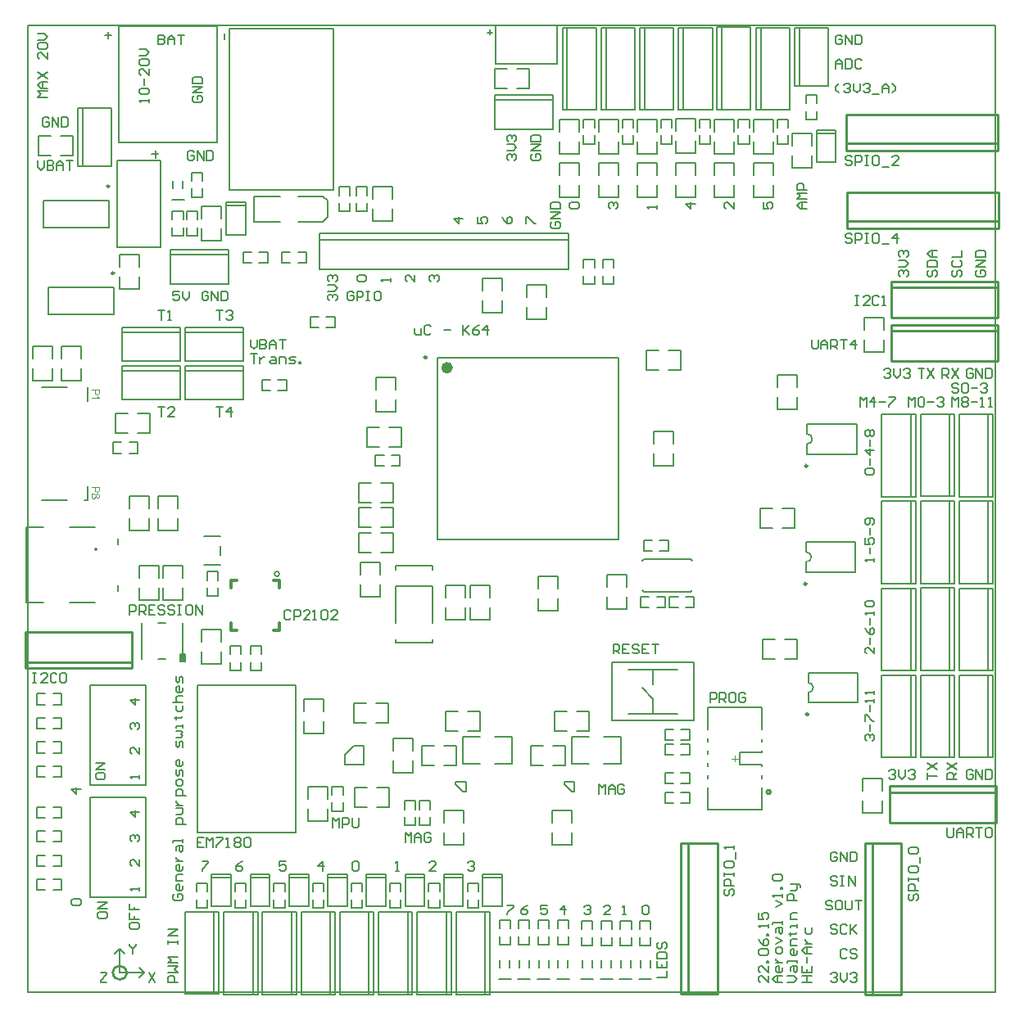
<source format=gto>
%FSLAX25Y25*%
%MOIN*%
G70*
G01*
G75*
G04 Layer_Color=65535*
%ADD10R,0.06000X0.04000*%
%ADD11R,0.04000X0.06000*%
%ADD12R,0.08701X0.09252*%
%ADD13R,0.09252X0.10906*%
%ADD14R,0.05000X0.08000*%
%ADD15R,0.02799X0.03201*%
%ADD16R,0.04900X0.02200*%
%ADD17R,0.05118X0.03347*%
%ADD18R,0.02756X0.02362*%
%ADD19R,0.09449X0.07087*%
%ADD20R,0.07874X0.01969*%
%ADD21R,0.08661X0.09843*%
%ADD22R,0.04000X0.02000*%
%ADD23R,0.04700X0.04100*%
%ADD24R,0.11024X0.02953*%
%ADD25R,0.18701X0.55118*%
%ADD26R,0.01181X0.01772*%
%ADD27R,0.01772X0.01181*%
%ADD28R,0.01378X0.03150*%
%ADD29R,0.03150X0.01378*%
%ADD30R,0.04331X0.02362*%
%ADD31R,0.03201X0.02799*%
G04:AMPARAMS|DCode=32|XSize=60mil|YSize=85mil|CornerRadius=0mil|HoleSize=0mil|Usage=FLASHONLY|Rotation=90.000|XOffset=0mil|YOffset=0mil|HoleType=Round|Shape=Octagon|*
%AMOCTAGOND32*
4,1,8,-0.04250,-0.01500,-0.04250,0.01500,-0.02750,0.03000,0.02750,0.03000,0.04250,0.01500,0.04250,-0.01500,0.02750,-0.03000,-0.02750,-0.03000,-0.04250,-0.01500,0.0*
%
%ADD32OCTAGOND32*%

%ADD33R,0.08500X0.06000*%
%ADD34R,0.03937X0.05512*%
%ADD35R,0.01142X0.02756*%
%ADD36R,0.11811X0.11811*%
%ADD37R,0.02756X0.01142*%
%ADD38R,0.01772X0.01772*%
%ADD39R,0.03543X0.08268*%
%ADD40R,0.12992X0.08268*%
%ADD41R,0.04213X0.08504*%
%ADD42R,0.01181X0.06496*%
%ADD43R,0.07480X0.05118*%
%ADD44R,0.07480X0.09449*%
%ADD45O,0.01181X0.06496*%
%ADD46O,0.06496X0.01181*%
%ADD47C,0.00787*%
%ADD48C,0.03937*%
%ADD49R,0.23622X0.07874*%
%ADD50R,0.25591X0.07874*%
%ADD51R,0.06299X0.01181*%
%ADD52R,0.18504X0.00394*%
%ADD53R,0.03150X0.03150*%
%ADD54R,0.21654X0.00787*%
%ADD55R,0.11811X0.03937*%
%ADD56R,0.15748X0.09843*%
%ADD57R,0.03937X0.12205*%
%ADD58R,0.12992X0.16535*%
%ADD59R,0.14961X0.24803*%
%ADD60R,0.29528X0.12598*%
%ADD61R,0.00787X0.07874*%
%ADD62R,0.06299X0.13779*%
%ADD63R,0.17717X0.07874*%
%ADD64R,0.08268X0.18898*%
%ADD65R,0.24803X0.18898*%
%ADD66R,0.24803X0.00787*%
%ADD67R,0.06299X0.07087*%
%ADD68R,0.05512X0.07480*%
%ADD69R,0.52362X0.07480*%
%ADD70R,0.19685X0.07874*%
%ADD71R,0.11417X0.11417*%
%ADD72R,0.08268X0.07480*%
%ADD73R,0.01575X0.00394*%
%ADD74R,0.30315X0.16929*%
%ADD75R,0.09843X0.13779*%
%ADD76R,0.06299X0.15748*%
%ADD77R,0.20079X0.08661*%
%ADD78R,0.14173X0.44488*%
%ADD79R,0.12992X0.43307*%
%ADD80R,0.27559X0.29528*%
%ADD81R,0.16929X0.29528*%
%ADD82R,0.16535X0.05512*%
%ADD83R,0.09449X0.09843*%
%ADD84R,0.12205X0.18898*%
%ADD85R,0.01969X0.11024*%
%ADD86R,0.00787X0.11024*%
%ADD87R,0.05906X0.21654*%
%ADD88R,0.07874X0.03937*%
%ADD89R,0.42520X0.07520*%
%ADD90R,0.32795X0.20000*%
%ADD91C,0.06500*%
%ADD92R,0.06500X0.06500*%
%ADD93C,0.06000*%
%ADD94R,0.06500X0.06500*%
%ADD95R,0.07874X0.07874*%
%ADD96C,0.07874*%
%ADD97C,0.02362*%
%ADD98C,0.23622*%
%ADD99C,0.04724*%
%ADD100C,0.04000*%
%ADD101C,0.08000*%
%ADD102C,0.07000*%
G04:AMPARAMS|DCode=103|XSize=90mil|YSize=90mil|CornerRadius=0mil|HoleSize=0mil|Usage=FLASHONLY|Rotation=0.000|XOffset=0mil|YOffset=0mil|HoleType=Round|Shape=Relief|Width=10mil|Gap=10mil|Entries=4|*
%AMTHD103*
7,0,0,0.09000,0.07000,0.01000,45*
%
%ADD103THD103*%
G04:AMPARAMS|DCode=104|XSize=100mil|YSize=100mil|CornerRadius=0mil|HoleSize=0mil|Usage=FLASHONLY|Rotation=0.000|XOffset=0mil|YOffset=0mil|HoleType=Round|Shape=Relief|Width=10mil|Gap=10mil|Entries=4|*
%AMTHD104*
7,0,0,0.10000,0.08000,0.01000,45*
%
%ADD104THD104*%
%ADD105C,0.09118*%
G04:AMPARAMS|DCode=106|XSize=111.181mil|YSize=111.181mil|CornerRadius=0mil|HoleSize=0mil|Usage=FLASHONLY|Rotation=0.000|XOffset=0mil|YOffset=0mil|HoleType=Round|Shape=Relief|Width=10mil|Gap=10mil|Entries=4|*
%AMTHD106*
7,0,0,0.11118,0.09118,0.01000,45*
%
%ADD106THD106*%
G04:AMPARAMS|DCode=107|XSize=99.37mil|YSize=99.37mil|CornerRadius=0mil|HoleSize=0mil|Usage=FLASHONLY|Rotation=0.000|XOffset=0mil|YOffset=0mil|HoleType=Round|Shape=Relief|Width=10mil|Gap=10mil|Entries=4|*
%AMTHD107*
7,0,0,0.09937,0.07937,0.01000,45*
%
%ADD107THD107*%
%ADD108C,0.07937*%
%ADD109C,0.04984*%
G04:AMPARAMS|DCode=110|XSize=69.843mil|YSize=69.843mil|CornerRadius=0mil|HoleSize=0mil|Usage=FLASHONLY|Rotation=0.000|XOffset=0mil|YOffset=0mil|HoleType=Round|Shape=Relief|Width=10mil|Gap=10mil|Entries=4|*
%AMTHD110*
7,0,0,0.06984,0.04984,0.01000,45*
%
%ADD110THD110*%
G04:AMPARAMS|DCode=111|XSize=178.11mil|YSize=178.11mil|CornerRadius=0mil|HoleSize=0mil|Usage=FLASHONLY|Rotation=0.000|XOffset=0mil|YOffset=0mil|HoleType=Round|Shape=Relief|Width=10mil|Gap=10mil|Entries=4|*
%AMTHD111*
7,0,0,0.17811,0.15811,0.01000,45*
%
%ADD111THD111*%
%ADD112C,0.07543*%
%ADD113C,0.15811*%
%ADD114C,0.01000*%
%ADD115C,0.00984*%
%ADD116C,0.02362*%
%ADD117C,0.00500*%
%ADD118C,0.00600*%
%ADD119C,0.00394*%
%ADD120C,0.01181*%
%ADD121C,0.00200*%
%ADD122C,0.00591*%
%ADD123R,0.01968X0.02953*%
D47*
X28313Y180315D02*
G03*
X28313Y180315I-557J0D01*
G01*
X102362Y170275D02*
G03*
X102362Y170275I-984J0D01*
G01*
X317126Y223163D02*
G03*
X317126Y227231I0J2034D01*
G01*
X316732Y175131D02*
G03*
X316732Y179199I0J2034D01*
G01*
X317520Y121982D02*
G03*
X317520Y126050I0J2034D01*
G01*
X37402Y7874D02*
Y17717D01*
Y7874D02*
X47244D01*
X45276Y9843D02*
X47244Y7874D01*
X45276Y5906D02*
X47244Y7874D01*
X37402Y17717D02*
X39370Y15748D01*
X35433D02*
X37402Y17717D01*
X45213Y159535D02*
X53213D01*
X45213Y168535D02*
Y173535D01*
X53213D01*
Y159535D02*
Y164535D01*
X45213Y159535D02*
Y164535D01*
X53213Y168535D02*
Y173535D01*
X55055Y159535D02*
X63055D01*
X55055Y168535D02*
Y173535D01*
X63055D01*
Y159535D02*
Y164535D01*
X55055Y159535D02*
Y164535D01*
X63055Y168535D02*
Y173535D01*
X340488Y274717D02*
X348488D01*
Y260717D02*
Y265717D01*
X340488Y260717D02*
X348488D01*
X340488Y269717D02*
Y274717D01*
X348488Y269717D02*
Y274717D01*
X340488Y260717D02*
Y265717D01*
X41276Y201882D02*
X49276D01*
Y187882D02*
Y192882D01*
X41276Y187882D02*
X49276D01*
X41276Y196882D02*
Y201882D01*
X49276Y196882D02*
Y201882D01*
X41276Y187882D02*
Y192882D01*
X53087Y187882D02*
X61087D01*
X53087Y196882D02*
Y201882D01*
X61087D01*
Y187882D02*
Y192882D01*
X53087Y187882D02*
Y192882D01*
X61087Y196882D02*
Y201882D01*
X339701Y86858D02*
X347701D01*
Y72858D02*
Y77858D01*
X339701Y72858D02*
X347701D01*
X339701Y81858D02*
Y86858D01*
X347701Y81858D02*
Y86858D01*
X339701Y72858D02*
Y77858D01*
X216472Y337709D02*
X224472D01*
Y323709D02*
Y328709D01*
X216472Y323709D02*
X224472D01*
X216472Y332709D02*
Y337709D01*
X224472Y332709D02*
Y337709D01*
X216472Y323709D02*
Y328709D01*
X232220Y337709D02*
X240220D01*
Y323709D02*
Y328709D01*
X232220Y323709D02*
X240220D01*
X232220Y332709D02*
Y337709D01*
X240220Y332709D02*
Y337709D01*
X232220Y323709D02*
Y328709D01*
X216472Y341425D02*
X224472D01*
X216472Y350425D02*
Y355425D01*
X224472D01*
Y341425D02*
Y346425D01*
X216472Y341425D02*
Y346425D01*
X224472Y350425D02*
Y355425D01*
X232220Y341425D02*
X240220D01*
X232220Y350425D02*
Y355425D01*
X240220D01*
Y341425D02*
Y346425D01*
X232220Y341425D02*
Y346425D01*
X240220Y350425D02*
Y355425D01*
X247969Y337709D02*
X255969D01*
Y323709D02*
Y328709D01*
X247969Y323709D02*
X255969D01*
X247969Y332709D02*
Y337709D01*
X255969Y332709D02*
Y337709D01*
X247969Y323709D02*
Y328709D01*
X263717Y337709D02*
X271717D01*
Y323709D02*
Y328709D01*
X263717Y323709D02*
X271717D01*
X263717Y332709D02*
Y337709D01*
X271717Y332709D02*
Y337709D01*
X263717Y323709D02*
Y328709D01*
X247969Y341425D02*
X255969D01*
X247969Y350425D02*
Y355425D01*
X255969D01*
Y341425D02*
Y346425D01*
X247969Y341425D02*
Y346425D01*
X255969Y350425D02*
Y355425D01*
X263717Y341488D02*
X271717D01*
X263717Y350488D02*
Y355488D01*
X271717D01*
Y341488D02*
Y346488D01*
X263717Y341488D02*
Y346488D01*
X271717Y350488D02*
Y355488D01*
X35520Y227496D02*
Y235496D01*
X44520D02*
X49520D01*
Y227496D02*
Y235496D01*
X35520Y227496D02*
X40520D01*
X35520Y235496D02*
X40520D01*
X44520Y227496D02*
X49520D01*
X279465Y337709D02*
X287465D01*
Y323709D02*
Y328709D01*
X279465Y323709D02*
X287465D01*
X279465Y332709D02*
Y337709D01*
X287465Y332709D02*
Y337709D01*
X279465Y323709D02*
Y328709D01*
X295213Y337709D02*
X303213D01*
Y323709D02*
Y328709D01*
X295213Y323709D02*
X303213D01*
X295213Y332709D02*
Y337709D01*
X303213Y332709D02*
Y337709D01*
X295213Y323709D02*
Y328709D01*
X279465Y341425D02*
X287465D01*
X279465Y350425D02*
Y355425D01*
X287465D01*
Y341425D02*
Y346425D01*
X279465Y341425D02*
Y346425D01*
X287465Y350425D02*
Y355425D01*
X295213Y341425D02*
X303213D01*
X295213Y350425D02*
Y355425D01*
X303213D01*
Y341425D02*
Y346425D01*
X295213Y341425D02*
Y346425D01*
X303213Y350425D02*
Y355425D01*
X13717Y248906D02*
X21717D01*
X13717Y257906D02*
Y262906D01*
X21717D01*
Y248906D02*
Y253906D01*
X13717Y248906D02*
Y253906D01*
X21717Y257906D02*
Y262906D01*
X37339Y300307D02*
X45339D01*
Y286307D02*
Y291307D01*
X37339Y286307D02*
X45339D01*
X37339Y295307D02*
Y300307D01*
X45339Y295307D02*
Y300307D01*
X37339Y286307D02*
Y291307D01*
X1906Y262906D02*
X9906D01*
Y248906D02*
Y253906D01*
X1906Y248906D02*
X9906D01*
X1906Y257906D02*
Y262906D01*
X9906Y257906D02*
Y262906D01*
X1906Y248906D02*
Y253906D01*
X4417Y340488D02*
Y348488D01*
X13417D02*
X18417D01*
Y340488D02*
Y348488D01*
X4417Y340488D02*
X9417D01*
X4417Y348488D02*
X9417D01*
X13417Y340488D02*
X18417D01*
X70803Y305992D02*
X78803D01*
X70803Y314992D02*
Y319992D01*
X78803D01*
Y305992D02*
Y310992D01*
X70803Y305992D02*
Y310992D01*
X78803Y314992D02*
Y319992D01*
X140488Y313866D02*
X148488D01*
X140488Y322866D02*
Y327866D01*
X148488D01*
Y313866D02*
Y318866D01*
X140488Y313866D02*
Y318866D01*
X148488Y322866D02*
Y327866D01*
X188071Y389843D02*
Y391811D01*
X187165Y390787D02*
X189134D01*
X190315Y385827D02*
Y393701D01*
X215197D01*
Y377953D02*
Y393701D01*
X190315Y377953D02*
X215197D01*
X190315D02*
Y385827D01*
X203850Y368047D02*
Y376047D01*
X189850Y368047D02*
X194850D01*
X189850D02*
Y376047D01*
X198850D02*
X203850D01*
X198850Y368047D02*
X203850D01*
X189850Y376047D02*
X194850D01*
X51969Y339764D02*
Y342520D01*
X50394Y341339D02*
X53150D01*
X36417Y338583D02*
X44173D01*
X36417Y303150D02*
Y338583D01*
Y303150D02*
X54134D01*
Y338583D01*
X44173D02*
X54134D01*
X305055Y251157D02*
X313055D01*
Y237158D02*
Y242158D01*
X305055Y237158D02*
X313055D01*
X305055Y246158D02*
Y251157D01*
X313055Y246158D02*
Y251157D01*
X305055Y237158D02*
Y242158D01*
X298118Y188913D02*
Y196913D01*
X307118D02*
X312118D01*
Y188913D02*
Y196913D01*
X298118Y188913D02*
X303118D01*
X298118Y196913D02*
X303118D01*
X307118Y188913D02*
X312118D01*
X298906Y135764D02*
Y143764D01*
X307906D02*
X312906D01*
Y135764D02*
Y143764D01*
X298906Y135764D02*
X303906D01*
X298906Y143764D02*
X303906D01*
X307906Y135764D02*
X312906D01*
X112397Y105430D02*
X120397D01*
X112397Y114430D02*
Y119430D01*
X120397D01*
Y105430D02*
Y110430D01*
X112397Y105430D02*
Y110430D01*
X120397Y114430D02*
Y119430D01*
X114110Y69772D02*
X122110D01*
X114110Y78772D02*
Y83772D01*
X122110D01*
Y69772D02*
Y74772D01*
X114110Y69772D02*
Y74772D01*
X122110Y78772D02*
Y83772D01*
X147157Y75134D02*
Y83134D01*
X133157Y75134D02*
X138157D01*
X133157D02*
Y83134D01*
X142157D02*
X147157D01*
X142157Y75134D02*
X147157D01*
X133157Y83134D02*
X138157D01*
X146764Y109780D02*
Y117780D01*
X132764Y109780D02*
X137764D01*
X132764D02*
Y117780D01*
X141764D02*
X146764D01*
X141764Y109780D02*
X146764D01*
X132764Y117780D02*
X137764D01*
X148756Y103126D02*
X156756D01*
Y89126D02*
Y94126D01*
X148756Y89126D02*
X156756D01*
X148756Y98126D02*
Y103126D01*
X156756Y98126D02*
Y103126D01*
X148756Y89126D02*
Y94126D01*
X70803Y133551D02*
X78803D01*
X70803Y142551D02*
Y147551D01*
X78803D01*
Y133551D02*
Y138551D01*
X70803Y133551D02*
Y138551D01*
X78803Y142551D02*
Y147551D01*
X310961Y335520D02*
X318961D01*
X310961Y344520D02*
Y349520D01*
X318961D01*
Y335520D02*
Y340520D01*
X310961Y335520D02*
Y340520D01*
X318961Y344520D02*
Y349520D01*
X213409Y59929D02*
X221409D01*
X213409Y68929D02*
Y73929D01*
X221409D01*
Y59929D02*
Y64929D01*
X213409Y59929D02*
Y64929D01*
X221409Y68929D02*
Y73929D01*
X221189Y103925D02*
X228189D01*
X221189Y93925D02*
Y103925D01*
Y92925D02*
X228189D01*
X221189D02*
Y93925D01*
X241189Y92925D02*
Y103925D01*
X234189D02*
X241189D01*
X234189Y92925D02*
X241189D01*
X204504Y92457D02*
Y100457D01*
X213504D02*
X218504D01*
Y92457D02*
Y100457D01*
X204504Y92457D02*
X209504D01*
X204504Y100457D02*
X209504D01*
X213504Y92457D02*
X218504D01*
X228346Y106236D02*
Y114236D01*
X214346Y106236D02*
X219346D01*
X214346D02*
Y114236D01*
X223346D02*
X228346D01*
X223346Y106236D02*
X228346D01*
X214346Y114236D02*
X219346D01*
X169228Y59929D02*
X177228D01*
X169228Y68929D02*
Y73929D01*
X177228D01*
Y59929D02*
Y64929D01*
X169228Y59929D02*
Y64929D01*
X177228Y68929D02*
Y73929D01*
X177008Y103925D02*
X184008D01*
X177008Y93925D02*
Y103925D01*
Y92925D02*
X184008D01*
X177008D02*
Y93925D01*
X197008Y92925D02*
Y103925D01*
X190008D02*
X197008D01*
X190008Y92925D02*
X197008D01*
X160323Y92457D02*
Y100457D01*
X169323D02*
X174323D01*
Y92457D02*
Y100457D01*
X160323Y92457D02*
X165323D01*
X160323Y100457D02*
X165323D01*
X169323Y92457D02*
X174323D01*
X184165Y106236D02*
Y114236D01*
X170165Y106236D02*
X175165D01*
X170165D02*
Y114236D01*
X179165D02*
X184165D01*
X179165Y106236D02*
X184165D01*
X170165Y114236D02*
X175165D01*
X170016Y151661D02*
X178016D01*
X170016Y160661D02*
Y165661D01*
X178016D01*
Y151661D02*
Y156661D01*
X170016Y151661D02*
Y156661D01*
X178016Y160661D02*
Y165661D01*
X141669Y250307D02*
X149669D01*
Y236307D02*
Y241307D01*
X141669Y236307D02*
X149669D01*
X141669Y245307D02*
Y250307D01*
X149669Y245307D02*
Y250307D01*
X141669Y236307D02*
Y241307D01*
X151945Y221984D02*
Y229984D01*
X137945Y221984D02*
X142945D01*
X137945D02*
Y229984D01*
X146945D02*
X151945D01*
X146945Y221984D02*
X151945D01*
X137945Y229984D02*
X142945D01*
X179858Y165661D02*
X187858D01*
Y151661D02*
Y156661D01*
X179858Y151661D02*
X187858D01*
X179858Y160661D02*
Y165661D01*
X187858Y160661D02*
Y165661D01*
X179858Y151661D02*
Y156661D01*
X207811Y169205D02*
X215811D01*
Y155205D02*
Y160205D01*
X207811Y155205D02*
X215811D01*
X207811Y164205D02*
Y169205D01*
X215811Y164205D02*
Y169205D01*
X207811Y155205D02*
Y160205D01*
X235764Y169992D02*
X243764D01*
Y155992D02*
Y160992D01*
X235764Y155992D02*
X243764D01*
X235764Y164992D02*
Y169992D01*
X243764Y164992D02*
Y169992D01*
X235764Y155992D02*
Y160992D01*
X254661Y228260D02*
X262661D01*
Y214260D02*
Y219260D01*
X254661Y214260D02*
X262661D01*
X254661Y223260D02*
Y228260D01*
X262661Y223260D02*
Y228260D01*
X254661Y214260D02*
Y219260D01*
X251661Y253283D02*
Y261283D01*
X260662D02*
X265662D01*
Y253283D02*
Y261283D01*
X251661Y253283D02*
X256662D01*
X251661Y261283D02*
X256662D01*
X260662Y253283D02*
X265662D01*
X203087Y274102D02*
X211087D01*
X203087Y283102D02*
Y288102D01*
X211087D01*
Y274102D02*
Y279102D01*
X203087Y274102D02*
Y279102D01*
X211087Y283102D02*
Y288102D01*
X184976Y276465D02*
X192976D01*
X184976Y285465D02*
Y290465D01*
X192976D01*
Y276465D02*
Y281465D01*
X184976Y276465D02*
Y281465D01*
X192976Y285465D02*
Y290465D01*
X148732Y189307D02*
Y197307D01*
X134732Y189307D02*
X139732D01*
X134732D02*
Y197307D01*
X143732D02*
X148732D01*
X143732Y189307D02*
X148732D01*
X134732Y197307D02*
X139732D01*
X134732Y179071D02*
Y187071D01*
X143732D02*
X148732D01*
Y179071D02*
Y187071D01*
X134732Y179071D02*
X139732D01*
X134732Y187071D02*
X139732D01*
X143732Y179071D02*
X148732D01*
X135370Y161047D02*
X143370D01*
X135370Y170047D02*
Y175047D01*
X143370D01*
Y161047D02*
Y166047D01*
X135370Y161047D02*
Y166047D01*
X143370Y170047D02*
Y175047D01*
X71721Y185465D02*
X78221D01*
X71721Y173965D02*
X78221D01*
Y177965D02*
Y181465D01*
X248681Y5417D02*
X253681D01*
X253181Y9917D02*
Y12917D01*
X249181Y9917D02*
Y12917D01*
X240807Y5417D02*
X245807D01*
X245307Y9917D02*
Y12917D01*
X241307Y9917D02*
Y12917D01*
X232933Y5417D02*
X237933D01*
X237433Y9917D02*
Y12917D01*
X233433Y9917D02*
Y12917D01*
X225059Y5417D02*
X230059D01*
X229559Y9917D02*
Y12917D01*
X225559Y9917D02*
Y12917D01*
X215216Y5417D02*
X220216D01*
X219717Y9917D02*
Y12917D01*
X215717Y9917D02*
Y12917D01*
X207343Y5417D02*
X212343D01*
X211842Y9917D02*
Y12917D01*
X207842Y9917D02*
Y12917D01*
X199469Y5417D02*
X204468D01*
X203969Y9917D02*
Y12917D01*
X199969Y9917D02*
Y12917D01*
X191595Y5417D02*
X196595D01*
X196095Y9917D02*
Y12917D01*
X192095Y9917D02*
Y12917D01*
X58524Y322740D02*
X63524D01*
X63024Y327240D02*
Y330240D01*
X59024Y327240D02*
Y330240D01*
X80709Y320177D02*
X88583D01*
X84646Y308425D02*
X88583D01*
Y321496D01*
X80709D02*
X88583D01*
X80709Y308425D02*
Y321496D01*
Y308425D02*
X84646D01*
X121850Y315551D02*
Y322244D01*
X120079Y324016D02*
X121850Y322244D01*
X120079Y313780D02*
X121850Y315551D01*
X91929Y324016D02*
X102559D01*
X91929Y313780D02*
X102559D01*
X91929D02*
Y324016D01*
X110039D02*
X120079D01*
X110039Y313780D02*
X120079D01*
X137795Y46555D02*
X145669D01*
X141732Y34803D02*
X145669D01*
Y47874D01*
X137795D02*
X145669D01*
X137795Y34803D02*
Y47874D01*
Y34803D02*
X141732D01*
X153543Y46555D02*
X161417D01*
X157480Y34803D02*
X161417D01*
Y47874D01*
X153543D02*
X161417D01*
X153543Y34803D02*
Y47874D01*
Y34803D02*
X157480D01*
X169291Y46555D02*
X177165D01*
X173228Y34803D02*
X177165D01*
Y47874D01*
X169291D02*
X177165D01*
X169291Y34803D02*
Y47874D01*
Y34803D02*
X173228D01*
X185039Y46555D02*
X192913D01*
X188976Y34803D02*
X192913D01*
Y47874D01*
X185039D02*
X192913D01*
X185039Y34803D02*
Y47874D01*
Y34803D02*
X188976D01*
X122047Y46555D02*
X129921D01*
X125984Y34803D02*
X129921D01*
Y47874D01*
X122047D02*
X129921D01*
X122047Y34803D02*
Y47874D01*
Y34803D02*
X125984D01*
X106299Y46555D02*
X114173D01*
X110236Y34803D02*
X114173D01*
Y47874D01*
X106299D02*
X114173D01*
X106299Y34803D02*
Y47874D01*
Y34803D02*
X110236D01*
X90551Y46555D02*
X98425D01*
X94488Y34803D02*
X98425D01*
Y47874D01*
X90551D02*
X98425D01*
X90551Y34803D02*
Y47874D01*
Y34803D02*
X94488D01*
X74803Y46555D02*
X82677D01*
X78740Y34803D02*
X82677D01*
Y47874D01*
X74803D02*
X82677D01*
X74803Y34803D02*
Y47874D01*
Y34803D02*
X78740D01*
X320866Y349705D02*
X328740D01*
X324803Y337953D02*
X328740D01*
Y351024D01*
X320866D02*
X328740D01*
X320866Y337953D02*
Y351024D01*
Y337953D02*
X324803D01*
X68838Y125028D02*
X108838D01*
X68838Y65028D02*
Y125028D01*
Y65028D02*
X108838D01*
Y125028D01*
X134732Y199150D02*
Y207150D01*
X143732D02*
X148732D01*
Y199150D02*
Y207150D01*
X134732Y199150D02*
X139732D01*
X134732Y207150D02*
X139732D01*
X143732Y199150D02*
X148732D01*
X62008Y256890D02*
Y270669D01*
X38386Y268701D02*
X62008D01*
X38386Y256890D02*
Y270669D01*
X62008D01*
X38386Y256890D02*
X62008D01*
X-591Y158661D02*
Y189370D01*
Y158661D02*
X6496D01*
X-591Y189370D02*
X6496D01*
X17126D02*
X27362D01*
X17126Y158661D02*
X27362D01*
X36811Y182283D02*
Y184646D01*
Y163386D02*
Y165748D01*
X62008Y241142D02*
Y254921D01*
X38386Y252953D02*
X62008D01*
X38386Y241142D02*
Y254921D01*
X62008D01*
X38386Y241142D02*
X62008D01*
X87756Y256890D02*
Y270669D01*
X64134Y268701D02*
X87756D01*
X64134Y256890D02*
Y270669D01*
X87756D01*
X64134Y256890D02*
X87756D01*
X87598Y241142D02*
Y254921D01*
X63976Y252953D02*
X87598D01*
X63976Y241142D02*
Y254921D01*
X87598D01*
X63976Y241142D02*
X87598D01*
X219488Y359252D02*
Y392717D01*
X217520Y359252D02*
X231299D01*
X217520D02*
Y392717D01*
X231299D01*
Y359252D02*
Y392717D01*
X235236Y359252D02*
Y392717D01*
X233268Y359252D02*
X247047D01*
X233268D02*
Y392717D01*
X247047D01*
Y359252D02*
Y392717D01*
X250984Y359252D02*
Y392717D01*
X249016Y359252D02*
X262795D01*
X249016D02*
Y392717D01*
X262795D01*
Y359252D02*
Y392717D01*
X266732Y359252D02*
Y392717D01*
X264764Y359252D02*
X278543D01*
X264764D02*
Y392717D01*
X278543D01*
Y359252D02*
Y392717D01*
X282355Y359409D02*
Y392874D01*
X280386Y359409D02*
X294166D01*
X280386D02*
Y392874D01*
X294166D01*
Y359409D02*
Y392874D01*
X298228Y359252D02*
Y392717D01*
X296260Y359252D02*
X310039D01*
X296260D02*
Y392717D01*
X310039D01*
Y359252D02*
Y392717D01*
X298693Y91890D02*
Y92539D01*
Y97539D02*
Y98189D01*
X289669Y92539D02*
X298555D01*
X289669Y97539D02*
X298693D01*
X289669Y92539D02*
Y97539D01*
X298693Y101929D02*
Y103110D01*
Y86968D02*
Y88150D01*
Y74173D02*
Y83228D01*
X276646Y74173D02*
X298693D01*
X276646D02*
Y83130D01*
X298693Y106850D02*
Y115905D01*
X276646D02*
X298693D01*
X276646Y106850D02*
Y115905D01*
Y101929D02*
Y103209D01*
Y96909D02*
Y98189D01*
Y91890D02*
Y93169D01*
Y86968D02*
Y88150D01*
X37087Y393307D02*
X77087D01*
X37087Y346063D02*
Y393307D01*
X77087Y346063D02*
Y393307D01*
X37087Y346063D02*
X77087D01*
X213583Y351378D02*
Y365157D01*
X189961Y363189D02*
X213583D01*
X189961Y351378D02*
Y365157D01*
X213583D01*
X189961Y351378D02*
X213583D01*
X81693Y288386D02*
Y302165D01*
X58071Y300197D02*
X81693D01*
X58071Y288386D02*
Y302165D01*
X81693D01*
X58071Y288386D02*
X81693D01*
X20276Y359803D02*
X34055D01*
X22244Y336181D02*
Y359803D01*
X20276Y336181D02*
X34055D01*
X20276D02*
Y359803D01*
X34055Y336181D02*
Y359803D01*
X375000Y201929D02*
Y235394D01*
X363189D02*
X376969D01*
Y201929D02*
Y235394D01*
X363189Y201929D02*
X376969D01*
X363189D02*
Y235394D01*
X359252Y201772D02*
Y235236D01*
X347441D02*
X361220D01*
Y201772D02*
Y235236D01*
X347441Y201772D02*
X361220D01*
X347441D02*
Y235236D01*
X390748Y201772D02*
Y235236D01*
X378937D02*
X392717D01*
Y201772D02*
Y235236D01*
X378937Y201772D02*
X392717D01*
X378937D02*
Y235236D01*
X375000Y166339D02*
Y199803D01*
X363189D02*
X376969D01*
Y166339D02*
Y199803D01*
X363189Y166339D02*
X376969D01*
X363189D02*
Y199803D01*
X359252Y166339D02*
Y199803D01*
X347441D02*
X361220D01*
Y166339D02*
Y199803D01*
X347441Y166339D02*
X361220D01*
X347441D02*
Y199803D01*
X390748Y166339D02*
Y199803D01*
X378937D02*
X392717D01*
Y166339D02*
Y199803D01*
X378937Y166339D02*
X392717D01*
X378937D02*
Y199803D01*
X375000Y131063D02*
Y164528D01*
X363189D02*
X376969D01*
Y131063D02*
Y164528D01*
X363189Y131063D02*
X376969D01*
X363189D02*
Y164528D01*
X359252Y130906D02*
Y164370D01*
X347441D02*
X361220D01*
Y130906D02*
Y164370D01*
X347441Y130906D02*
X361220D01*
X347441D02*
Y164370D01*
X390748Y130906D02*
Y164370D01*
X378937D02*
X392717D01*
Y130906D02*
Y164370D01*
X378937Y130906D02*
X392717D01*
X378937D02*
Y164370D01*
X375000Y95472D02*
Y128937D01*
X363189D02*
X376969D01*
Y95472D02*
Y128937D01*
X363189Y95472D02*
X376969D01*
X363189D02*
Y128937D01*
X359252Y95472D02*
Y128937D01*
X347441D02*
X361220D01*
Y95472D02*
Y128937D01*
X347441Y95472D02*
X361220D01*
X347441D02*
Y128937D01*
X390748Y95630D02*
Y129094D01*
X378937D02*
X392717D01*
Y95630D02*
Y129094D01*
X378937Y95630D02*
X392717D01*
X378937D02*
Y129094D01*
X138779Y-984D02*
Y32480D01*
X126969D02*
X140748D01*
Y-984D02*
Y32480D01*
X126969Y-984D02*
X140748D01*
X126969D02*
Y32480D01*
X123031Y-984D02*
Y32480D01*
X111221D02*
X125000D01*
Y-984D02*
Y32480D01*
X111221Y-984D02*
X125000D01*
X111221D02*
Y32480D01*
X154528Y-984D02*
Y32480D01*
X142717D02*
X156496D01*
Y-984D02*
Y32480D01*
X142717Y-984D02*
X156496D01*
X142717D02*
Y32480D01*
X107284Y-984D02*
Y32480D01*
X95472D02*
X109252D01*
Y-984D02*
Y32480D01*
X95472Y-984D02*
X109252D01*
X95472D02*
Y32480D01*
X170275Y-984D02*
Y32480D01*
X158465D02*
X172244D01*
Y-984D02*
Y32480D01*
X158465Y-984D02*
X172244D01*
X158465D02*
Y32480D01*
X91535Y-984D02*
Y32480D01*
X79724D02*
X93504D01*
Y-984D02*
Y32480D01*
X79724Y-984D02*
X93504D01*
X79724D02*
Y32480D01*
X186024Y-984D02*
Y32480D01*
X174213D02*
X187992D01*
Y-984D02*
Y32480D01*
X174213Y-984D02*
X187992D01*
X174213D02*
Y32480D01*
X75787Y-827D02*
Y32638D01*
X63976D02*
X77756D01*
Y-827D02*
Y32638D01*
X63976Y-827D02*
X77756D01*
X63976D02*
Y32638D01*
X312008Y392717D02*
X325787D01*
X313976Y369094D02*
Y392717D01*
X312008Y369094D02*
X325787D01*
X312008D02*
Y392717D01*
X325787Y369094D02*
Y392717D01*
X221327Y81535D02*
X222390D01*
Y85591D01*
X218335D02*
X222390D01*
X218335Y84528D02*
Y85591D01*
Y84528D02*
X221327Y81535D01*
X177146Y81732D02*
X178209D01*
Y85787D01*
X174154D02*
X178209D01*
X174154Y84724D02*
Y85787D01*
Y84724D02*
X177146Y81732D01*
X129075Y96575D02*
X132756Y100256D01*
X136673D01*
Y92658D02*
Y100256D01*
X129075Y92658D02*
X136673D01*
X129075D02*
Y96575D01*
X62992Y135630D02*
Y150394D01*
X53150D02*
X56102D01*
X53150Y135630D02*
X56102D01*
X46260D02*
Y150394D01*
X63976Y134646D02*
Y137598D01*
X62008Y134646D02*
X63976D01*
X62008Y137598D02*
X63976D01*
X62008Y134646D02*
Y137598D01*
X47913Y79193D02*
X47973Y79134D01*
X25473Y79193D02*
X47913D01*
X25473Y38701D02*
Y79193D01*
X47973Y38701D02*
Y79134D01*
X25473Y38701D02*
X47973D01*
X47913Y124941D02*
X47973Y124882D01*
X25473Y124941D02*
X47913D01*
X25473Y84449D02*
Y124941D01*
X47973Y84449D02*
Y124882D01*
X25473Y84449D02*
X47973D01*
X6496Y322441D02*
X32874D01*
X6496Y311417D02*
X32874D01*
Y322441D01*
X6496Y311417D02*
Y322441D01*
X8465Y287008D02*
X34843D01*
X8465Y275984D02*
X34843D01*
Y287008D01*
X8465Y275984D02*
Y287008D01*
X124409Y326772D02*
Y392402D01*
X81890Y326772D02*
Y327165D01*
Y392402D01*
X124409D01*
X81890Y326772D02*
X124409D01*
X317126Y219094D02*
Y223163D01*
Y227231D02*
Y231299D01*
X337205Y219094D02*
Y231299D01*
X317126Y219094D02*
X337205D01*
X317126Y231299D02*
X337205D01*
X316732Y171063D02*
Y175131D01*
Y179200D02*
Y183268D01*
X336811Y171063D02*
Y183268D01*
X316732Y171063D02*
X336811D01*
X316732Y183268D02*
X336811D01*
X317520Y117913D02*
Y121982D01*
Y126050D02*
Y130118D01*
X337598Y117913D02*
Y130118D01*
X317520Y117913D02*
X337598D01*
X317520Y130118D02*
X337598D01*
X160827Y165354D02*
X164567D01*
X149606D02*
X153346D01*
X160827D01*
X164567Y150394D02*
Y165354D01*
X149606Y150394D02*
Y165354D01*
Y142126D02*
Y143701D01*
Y142126D02*
X164567D01*
Y143701D01*
Y172047D02*
Y173622D01*
X149606D02*
X164567D01*
X149606Y172047D02*
Y173622D01*
X269685Y162992D02*
X270472Y163779D01*
X250787Y162992D02*
X269685D01*
X250000Y163779D02*
X250787Y162992D01*
X269685Y176378D02*
X270472Y175591D01*
X250787Y176378D02*
X269685D01*
X250000Y175591D02*
X250787Y176378D01*
X166634Y184350D02*
X240453D01*
X166634Y258169D02*
X240453D01*
Y184350D02*
Y258169D01*
X166634Y184350D02*
Y258169D01*
X118701Y306413D02*
X220039D01*
X118701Y294291D02*
Y309055D01*
Y294291D02*
X220039D01*
X118701Y309055D02*
X220039D01*
Y294291D02*
Y309055D01*
X157480Y270340D02*
Y268373D01*
X158136Y267717D01*
X160104D01*
Y270340D01*
X164040Y270996D02*
X163384Y271652D01*
X162072D01*
X161416Y270996D01*
Y268373D01*
X162072Y267717D01*
X163384D01*
X164040Y268373D01*
X169288Y269684D02*
X171911D01*
X177159Y271652D02*
Y267717D01*
Y269028D01*
X179783Y271652D01*
X177815Y269684D01*
X179783Y267717D01*
X183719Y271652D02*
X182407Y270996D01*
X181095Y269684D01*
Y268373D01*
X181751Y267717D01*
X183063D01*
X183719Y268373D01*
Y269028D01*
X183063Y269684D01*
X181095D01*
X186998Y267717D02*
Y271652D01*
X185030Y269684D01*
X187654D01*
X7874Y364173D02*
X3938D01*
X5250Y365485D01*
X3938Y366797D01*
X7874D01*
Y368109D02*
X5250D01*
X3938Y369421D01*
X5250Y370733D01*
X7874D01*
X5906D01*
Y368109D01*
X3938Y372045D02*
X7874Y374669D01*
X3938D02*
X7874Y372045D01*
Y382540D02*
Y379916D01*
X5250Y382540D01*
X4594D01*
X3938Y381884D01*
Y380572D01*
X4594Y379916D01*
Y383852D02*
X3938Y384508D01*
Y385820D01*
X4594Y386476D01*
X7218D01*
X7874Y385820D01*
Y384508D01*
X7218Y383852D01*
X4594D01*
X3938Y387788D02*
X6562D01*
X7874Y389100D01*
X6562Y390411D01*
X3938D01*
X73490Y284776D02*
X72834Y285432D01*
X71522D01*
X70866Y284776D01*
Y282152D01*
X71522Y281496D01*
X72834D01*
X73490Y282152D01*
Y283464D01*
X72178D01*
X74802Y281496D02*
Y285432D01*
X77426Y281496D01*
Y285432D01*
X78738D02*
Y281496D01*
X80705D01*
X81361Y282152D01*
Y284776D01*
X80705Y285432D01*
X78738D01*
X61679D02*
X59055D01*
Y283464D01*
X60367Y284120D01*
X61023D01*
X61679Y283464D01*
Y282152D01*
X61023Y281496D01*
X59711D01*
X59055Y282152D01*
X62991Y285432D02*
Y282808D01*
X64303Y281496D01*
X65615Y282808D01*
Y285432D01*
X106955Y154855D02*
X106299Y155510D01*
X104987D01*
X104331Y154855D01*
Y152231D01*
X104987Y151575D01*
X106299D01*
X106955Y152231D01*
X108266Y151575D02*
Y155510D01*
X110234D01*
X110890Y154855D01*
Y153543D01*
X110234Y152887D01*
X108266D01*
X114826Y151575D02*
X112202D01*
X114826Y154199D01*
Y154855D01*
X114170Y155510D01*
X112858D01*
X112202Y154855D01*
X116138Y151575D02*
X117450D01*
X116794D01*
Y155510D01*
X116138Y154855D01*
X119418D02*
X120074Y155510D01*
X121386D01*
X122041Y154855D01*
Y152231D01*
X121386Y151575D01*
X120074D01*
X119418Y152231D01*
Y154855D01*
X125977Y151575D02*
X123353D01*
X125977Y154199D01*
Y154855D01*
X125321Y155510D01*
X124009D01*
X123353Y154855D01*
X41339Y153543D02*
Y157479D01*
X43306D01*
X43962Y156823D01*
Y155511D01*
X43306Y154855D01*
X41339D01*
X45274Y153543D02*
Y157479D01*
X47242D01*
X47898Y156823D01*
Y155511D01*
X47242Y154855D01*
X45274D01*
X46586D02*
X47898Y153543D01*
X51834Y157479D02*
X49210D01*
Y153543D01*
X51834D01*
X49210Y155511D02*
X50522D01*
X55770Y156823D02*
X55114Y157479D01*
X53802D01*
X53146Y156823D01*
Y156167D01*
X53802Y155511D01*
X55114D01*
X55770Y154855D01*
Y154199D01*
X55114Y153543D01*
X53802D01*
X53146Y154199D01*
X59705Y156823D02*
X59049Y157479D01*
X57737D01*
X57082Y156823D01*
Y156167D01*
X57737Y155511D01*
X59049D01*
X59705Y154855D01*
Y154199D01*
X59049Y153543D01*
X57737D01*
X57082Y154199D01*
X61017Y157479D02*
X62329D01*
X61673D01*
Y153543D01*
X61017D01*
X62329D01*
X66265Y157479D02*
X64953D01*
X64297Y156823D01*
Y154199D01*
X64953Y153543D01*
X66265D01*
X66921Y154199D01*
Y156823D01*
X66265Y157479D01*
X68233Y153543D02*
Y157479D01*
X70857Y153543D01*
Y157479D01*
X277559Y118110D02*
Y122046D01*
X279527D01*
X280183Y121390D01*
Y120078D01*
X279527Y119422D01*
X277559D01*
X281495Y118110D02*
Y122046D01*
X283463D01*
X284119Y121390D01*
Y120078D01*
X283463Y119422D01*
X281495D01*
X282807D02*
X284119Y118110D01*
X287398Y122046D02*
X286087D01*
X285431Y121390D01*
Y118766D01*
X286087Y118110D01*
X287398D01*
X288054Y118766D01*
Y121390D01*
X287398Y122046D01*
X291990Y121390D02*
X291334Y122046D01*
X290022D01*
X289366Y121390D01*
Y118766D01*
X290022Y118110D01*
X291334D01*
X291990Y118766D01*
Y120078D01*
X290678D01*
X330052Y366142D02*
X328740Y367454D01*
Y368765D01*
X330052Y370077D01*
X332020Y369422D02*
X332676Y370077D01*
X333988D01*
X334644Y369422D01*
Y368765D01*
X333988Y368110D01*
X333332D01*
X333988D01*
X334644Y367454D01*
Y366798D01*
X333988Y366142D01*
X332676D01*
X332020Y366798D01*
X335956Y370077D02*
Y367454D01*
X337268Y366142D01*
X338580Y367454D01*
Y370077D01*
X339891Y369422D02*
X340547Y370077D01*
X341859D01*
X342515Y369422D01*
Y368765D01*
X341859Y368110D01*
X341203D01*
X341859D01*
X342515Y367454D01*
Y366798D01*
X341859Y366142D01*
X340547D01*
X339891Y366798D01*
X343827Y365486D02*
X346451D01*
X347763Y366142D02*
Y368765D01*
X349075Y370077D01*
X350387Y368765D01*
Y366142D01*
Y368110D01*
X347763D01*
X351699Y366142D02*
X353011Y367454D01*
Y368765D01*
X351699Y370077D01*
X328740Y375984D02*
Y378608D01*
X330052Y379920D01*
X331364Y378608D01*
Y375984D01*
Y377952D01*
X328740D01*
X332676Y379920D02*
Y375984D01*
X334644D01*
X335300Y376640D01*
Y379264D01*
X334644Y379920D01*
X332676D01*
X339235Y379264D02*
X338580Y379920D01*
X337268D01*
X336612Y379264D01*
Y376640D01*
X337268Y375984D01*
X338580D01*
X339235Y376640D01*
X331364Y389107D02*
X330708Y389762D01*
X329396D01*
X328740Y389107D01*
Y386483D01*
X329396Y385827D01*
X330708D01*
X331364Y386483D01*
Y387795D01*
X330052D01*
X332676Y385827D02*
Y389762D01*
X335300Y385827D01*
Y389762D01*
X336612D02*
Y385827D01*
X338580D01*
X339235Y386483D01*
Y389107D01*
X338580Y389762D01*
X336612D01*
X205382Y341207D02*
X204726Y340551D01*
Y339239D01*
X205382Y338583D01*
X208005D01*
X208661Y339239D01*
Y340551D01*
X208005Y341207D01*
X206694D01*
Y339895D01*
X208661Y342518D02*
X204726D01*
X208661Y345142D01*
X204726D01*
Y346454D02*
X208661D01*
Y348422D01*
X208005Y349078D01*
X205382D01*
X204726Y348422D01*
Y346454D01*
X195539Y338583D02*
X194883Y339239D01*
Y340551D01*
X195539Y341207D01*
X196195D01*
X196851Y340551D01*
Y339895D01*
Y340551D01*
X197507Y341207D01*
X198163D01*
X198819Y340551D01*
Y339239D01*
X198163Y338583D01*
X194883Y342518D02*
X197507D01*
X198819Y343830D01*
X197507Y345142D01*
X194883D01*
X195539Y346454D02*
X194883Y347110D01*
Y348422D01*
X195539Y349078D01*
X196195D01*
X196851Y348422D01*
Y347766D01*
Y348422D01*
X197507Y349078D01*
X198163D01*
X198819Y348422D01*
Y347110D01*
X198163Y346454D01*
X213256Y313647D02*
X212600Y312991D01*
Y311680D01*
X213256Y311024D01*
X215880D01*
X216535Y311680D01*
Y312991D01*
X215880Y313647D01*
X214568D01*
Y312335D01*
X216535Y314959D02*
X212600D01*
X216535Y317583D01*
X212600D01*
Y318895D02*
X216535D01*
Y320863D01*
X215880Y321519D01*
X213256D01*
X212600Y320863D01*
Y318895D01*
X132545Y284776D02*
X131889Y285432D01*
X130577D01*
X129921Y284776D01*
Y282152D01*
X130577Y281496D01*
X131889D01*
X132545Y282152D01*
Y283464D01*
X131233D01*
X133857Y281496D02*
Y285432D01*
X135825D01*
X136481Y284776D01*
Y283464D01*
X135825Y282808D01*
X133857D01*
X137793Y285432D02*
X139105D01*
X138449D01*
Y281496D01*
X137793D01*
X139105D01*
X143040Y285432D02*
X141728D01*
X141072Y284776D01*
Y282152D01*
X141728Y281496D01*
X143040D01*
X143696Y282152D01*
Y284776D01*
X143040Y285432D01*
X122705Y281496D02*
X122048Y282152D01*
Y283464D01*
X122705Y284120D01*
X123360D01*
X124016Y283464D01*
Y282808D01*
Y283464D01*
X124672Y284120D01*
X125328D01*
X125984Y283464D01*
Y282152D01*
X125328Y281496D01*
X122048Y285432D02*
X124672D01*
X125984Y286744D01*
X124672Y288056D01*
X122048D01*
X122705Y289368D02*
X122048Y290023D01*
Y291335D01*
X122705Y291991D01*
X123360D01*
X124016Y291335D01*
Y290679D01*
Y291335D01*
X124672Y291991D01*
X125328D01*
X125984Y291335D01*
Y290023D01*
X125328Y289368D01*
X76772Y238188D02*
X79396D01*
X78084D01*
Y234252D01*
X82675D02*
Y238188D01*
X80707Y236220D01*
X83331D01*
X53150Y238188D02*
X55773D01*
X54461D01*
Y234252D01*
X59709D02*
X57085D01*
X59709Y236876D01*
Y237532D01*
X59053Y238188D01*
X57741D01*
X57085Y237532D01*
X76772Y277558D02*
X79396D01*
X78084D01*
Y273622D01*
X80707Y276902D02*
X81363Y277558D01*
X82675D01*
X83331Y276902D01*
Y276246D01*
X82675Y275590D01*
X82019D01*
X82675D01*
X83331Y274934D01*
Y274278D01*
X82675Y273622D01*
X81363D01*
X80707Y274278D01*
X53150Y277558D02*
X55773D01*
X54461D01*
Y273622D01*
X57085D02*
X58397D01*
X57741D01*
Y277558D01*
X57085Y276902D01*
X232283Y80709D02*
Y84644D01*
X233595Y83333D01*
X234907Y84644D01*
Y80709D01*
X236219D02*
Y83333D01*
X237531Y84644D01*
X238843Y83333D01*
Y80709D01*
Y82677D01*
X236219D01*
X242779Y83988D02*
X242123Y84644D01*
X240811D01*
X240155Y83988D01*
Y81365D01*
X240811Y80709D01*
X242123D01*
X242779Y81365D01*
Y82677D01*
X241467D01*
X153543Y61024D02*
Y64959D01*
X154855Y63647D01*
X156167Y64959D01*
Y61024D01*
X157479D02*
Y63647D01*
X158791Y64959D01*
X160103Y63647D01*
Y61024D01*
Y62991D01*
X157479D01*
X164039Y64303D02*
X163383Y64959D01*
X162071D01*
X161415Y64303D01*
Y61680D01*
X162071Y61024D01*
X163383D01*
X164039Y61680D01*
Y62991D01*
X162727D01*
X124016Y66929D02*
Y70865D01*
X125328Y69553D01*
X126640Y70865D01*
Y66929D01*
X127952D02*
Y70865D01*
X129919D01*
X130575Y70209D01*
Y68897D01*
X129919Y68241D01*
X127952D01*
X131887Y70865D02*
Y67585D01*
X132543Y66929D01*
X133855D01*
X134511Y67585D01*
Y70865D01*
X71522Y62991D02*
X68898D01*
Y59055D01*
X71522D01*
X68898Y61023D02*
X70210D01*
X72833Y59055D02*
Y62991D01*
X74145Y61679D01*
X75457Y62991D01*
Y59055D01*
X76769Y62991D02*
X79393D01*
Y62335D01*
X76769Y59711D01*
Y59055D01*
X80705D02*
X82017D01*
X81361D01*
Y62991D01*
X80705Y62335D01*
X83985D02*
X84641Y62991D01*
X85953D01*
X86608Y62335D01*
Y61679D01*
X85953Y61023D01*
X86608Y60367D01*
Y59711D01*
X85953Y59055D01*
X84641D01*
X83985Y59711D01*
Y60367D01*
X84641Y61023D01*
X83985Y61679D01*
Y62335D01*
X84641Y61023D02*
X85953D01*
X87920Y62335D02*
X88576Y62991D01*
X89888D01*
X90544Y62335D01*
Y59711D01*
X89888Y59055D01*
X88576D01*
X87920Y59711D01*
Y62335D01*
X238189Y137795D02*
Y141731D01*
X240157D01*
X240813Y141075D01*
Y139763D01*
X240157Y139107D01*
X238189D01*
X239501D02*
X240813Y137795D01*
X244748Y141731D02*
X242125D01*
Y137795D01*
X244748D01*
X242125Y139763D02*
X243437D01*
X248684Y141075D02*
X248028Y141731D01*
X246716D01*
X246060Y141075D01*
Y140419D01*
X246716Y139763D01*
X248028D01*
X248684Y139107D01*
Y138451D01*
X248028Y137795D01*
X246716D01*
X246060Y138451D01*
X252620Y141731D02*
X249996D01*
Y137795D01*
X252620D01*
X249996Y139763D02*
X251308D01*
X253932Y141731D02*
X256556D01*
X255244D01*
Y137795D01*
X1969Y129920D02*
X3280D01*
X2624D01*
Y125984D01*
X1969D01*
X3280D01*
X7872D02*
X5248D01*
X7872Y128608D01*
Y129264D01*
X7216Y129920D01*
X5904D01*
X5248Y129264D01*
X11808D02*
X11152Y129920D01*
X9840D01*
X9184Y129264D01*
Y126640D01*
X9840Y125984D01*
X11152D01*
X11808Y126640D01*
X13120Y129264D02*
X13776Y129920D01*
X15088D01*
X15744Y129264D01*
Y126640D01*
X15088Y125984D01*
X13776D01*
X13120Y126640D01*
Y129264D01*
X21654Y82677D02*
X17718D01*
X19686Y80709D01*
Y83333D01*
X41340Y27558D02*
Y26247D01*
X41996Y25591D01*
X44620D01*
X45276Y26247D01*
Y27558D01*
X44620Y28214D01*
X41996D01*
X41340Y27558D01*
Y32150D02*
Y29526D01*
X43308D01*
Y30838D01*
Y29526D01*
X45276D01*
X41340Y36086D02*
Y33462D01*
X43308D01*
Y34774D01*
Y33462D01*
X45276D01*
X18374Y35433D02*
X17718Y36089D01*
Y37401D01*
X18374Y38057D01*
X20998D01*
X21654Y37401D01*
Y36089D01*
X20998Y35433D01*
X18374D01*
X61024Y3937D02*
X57088D01*
Y5905D01*
X57744Y6561D01*
X59056D01*
X59712Y5905D01*
Y3937D01*
X57088Y7873D02*
X61024D01*
X59712Y9185D01*
X61024Y10497D01*
X57088D01*
X61024Y11808D02*
X57088D01*
X58400Y13120D01*
X57088Y14432D01*
X61024D01*
X57088Y19680D02*
Y20992D01*
Y20336D01*
X61024D01*
Y19680D01*
Y20992D01*
Y22960D02*
X57088D01*
X61024Y25584D01*
X57088D01*
X255907Y5906D02*
X259842D01*
Y8529D01*
X255907Y12465D02*
Y9841D01*
X259842D01*
Y12465D01*
X257875Y9841D02*
Y11153D01*
X255907Y13777D02*
X259842D01*
Y15745D01*
X259187Y16401D01*
X256563D01*
X255907Y15745D01*
Y13777D01*
X256563Y20336D02*
X255907Y19681D01*
Y18369D01*
X256563Y17713D01*
X257219D01*
X257875Y18369D01*
Y19681D01*
X258531Y20336D01*
X259187D01*
X259842Y19681D01*
Y18369D01*
X259187Y17713D01*
X250000Y34776D02*
X250656Y35432D01*
X251968D01*
X252624Y34776D01*
Y32152D01*
X251968Y31496D01*
X250656D01*
X250000Y32152D01*
Y34776D01*
X194882Y35432D02*
X197506D01*
Y34776D01*
X194882Y32152D01*
Y31496D01*
X284122Y41994D02*
X283466Y41338D01*
Y40026D01*
X284122Y39370D01*
X284778D01*
X285434Y40026D01*
Y41338D01*
X286090Y41994D01*
X286746D01*
X287402Y41338D01*
Y40026D01*
X286746Y39370D01*
X287402Y43306D02*
X283466D01*
Y45274D01*
X284122Y45930D01*
X285434D01*
X286090Y45274D01*
Y43306D01*
X283466Y47242D02*
Y48553D01*
Y47897D01*
X287402D01*
Y47242D01*
Y48553D01*
X284122Y50521D02*
X283466Y51177D01*
Y52489D01*
X284122Y53145D01*
X286746D01*
X287402Y52489D01*
Y51177D01*
X286746Y50521D01*
X284122D01*
X288057Y54457D02*
Y57081D01*
X287402Y58393D02*
Y59705D01*
Y59049D01*
X283466D01*
X284122Y58393D01*
X358925Y40025D02*
X358269Y39369D01*
Y38058D01*
X358925Y37402D01*
X359581D01*
X360237Y38058D01*
Y39369D01*
X360893Y40025D01*
X361549D01*
X362205Y39369D01*
Y38058D01*
X361549Y37402D01*
X362205Y41337D02*
X358269D01*
Y43305D01*
X358925Y43961D01*
X360237D01*
X360893Y43305D01*
Y41337D01*
X358269Y45273D02*
Y46585D01*
Y45929D01*
X362205D01*
Y45273D01*
Y46585D01*
X358925Y48553D02*
X358269Y49209D01*
Y50521D01*
X358925Y51177D01*
X361549D01*
X362205Y50521D01*
Y49209D01*
X361549Y48553D01*
X358925D01*
X362861Y52489D02*
Y55112D01*
X358925Y56424D02*
X358269Y57080D01*
Y58392D01*
X358925Y59048D01*
X361549D01*
X362205Y58392D01*
Y57080D01*
X361549Y56424D01*
X358925D01*
X374016Y66928D02*
Y63648D01*
X374672Y62992D01*
X375984D01*
X376640Y63648D01*
Y66928D01*
X377952Y62992D02*
Y65616D01*
X379263Y66928D01*
X380575Y65616D01*
Y62992D01*
Y64960D01*
X377952D01*
X381887Y62992D02*
Y66928D01*
X383855D01*
X384511Y66272D01*
Y64960D01*
X383855Y64304D01*
X381887D01*
X383199D02*
X384511Y62992D01*
X385823Y66928D02*
X388447D01*
X387135D01*
Y62992D01*
X389759Y66272D02*
X390415Y66928D01*
X391727D01*
X392383Y66272D01*
Y63648D01*
X391727Y62992D01*
X390415D01*
X389759Y63648D01*
Y66272D01*
X375984Y238189D02*
Y242125D01*
X377296Y240813D01*
X378608Y242125D01*
Y238189D01*
X379920Y241469D02*
X380576Y242125D01*
X381888D01*
X382544Y241469D01*
Y240813D01*
X381888Y240157D01*
X382544Y239501D01*
Y238845D01*
X381888Y238189D01*
X380576D01*
X379920Y238845D01*
Y239501D01*
X380576Y240157D01*
X379920Y240813D01*
Y241469D01*
X380576Y240157D02*
X381888D01*
X383856D02*
X386480D01*
X387791Y238189D02*
X389103D01*
X388447D01*
Y242125D01*
X387791Y241469D01*
X391071Y238189D02*
X392383D01*
X391727D01*
Y242125D01*
X391071Y241469D01*
X378608Y247374D02*
X377952Y248030D01*
X376640D01*
X375984Y247374D01*
Y246718D01*
X376640Y246062D01*
X377952D01*
X378608Y245406D01*
Y244750D01*
X377952Y244094D01*
X376640D01*
X375984Y244750D01*
X379920Y247374D02*
X380576Y248030D01*
X381888D01*
X382544Y247374D01*
Y244750D01*
X381888Y244094D01*
X380576D01*
X379920Y244750D01*
Y247374D01*
X383856Y246062D02*
X386480D01*
X387791Y247374D02*
X388447Y248030D01*
X389759D01*
X390415Y247374D01*
Y246718D01*
X389759Y246062D01*
X389103D01*
X389759D01*
X390415Y245406D01*
Y244750D01*
X389759Y244094D01*
X388447D01*
X387791Y244750D01*
X338583Y238189D02*
Y242125D01*
X339895Y240813D01*
X341207Y242125D01*
Y238189D01*
X344486D02*
Y242125D01*
X342518Y240157D01*
X345142D01*
X346454D02*
X349078D01*
X350390Y242125D02*
X353014D01*
Y241469D01*
X350390Y238845D01*
Y238189D01*
X358268D02*
Y242125D01*
X359580Y240813D01*
X360892Y242125D01*
Y238189D01*
X362204Y241469D02*
X362859Y242125D01*
X364171D01*
X364827Y241469D01*
Y238845D01*
X364171Y238189D01*
X362859D01*
X362204Y238845D01*
Y241469D01*
X366139Y240157D02*
X368763D01*
X370075Y241469D02*
X370731Y242125D01*
X372043D01*
X372699Y241469D01*
Y240813D01*
X372043Y240157D01*
X371387D01*
X372043D01*
X372699Y239501D01*
Y238845D01*
X372043Y238189D01*
X370731D01*
X370075Y238845D01*
X318898Y265747D02*
Y262467D01*
X319554Y261811D01*
X320866D01*
X321521Y262467D01*
Y265747D01*
X322833Y261811D02*
Y264435D01*
X324145Y265747D01*
X325457Y264435D01*
Y261811D01*
Y263779D01*
X322833D01*
X326769Y261811D02*
Y265747D01*
X328737D01*
X329393Y265091D01*
Y263779D01*
X328737Y263123D01*
X326769D01*
X328081D02*
X329393Y261811D01*
X330705Y265747D02*
X333329D01*
X332017D01*
Y261811D01*
X336609D02*
Y265747D01*
X334641Y263779D01*
X337264D01*
X336614Y283463D02*
X337926D01*
X337270D01*
Y279528D01*
X336614D01*
X337926D01*
X342518D02*
X339894D01*
X342518Y282151D01*
Y282807D01*
X341862Y283463D01*
X340550D01*
X339894Y282807D01*
X346453D02*
X345798Y283463D01*
X344486D01*
X343830Y282807D01*
Y280184D01*
X344486Y279528D01*
X345798D01*
X346453Y280184D01*
X347765Y279528D02*
X349077D01*
X348421D01*
Y283463D01*
X347765Y282807D01*
X335301Y308398D02*
X334645Y309054D01*
X333333D01*
X332677Y308398D01*
Y307742D01*
X333333Y307086D01*
X334645D01*
X335301Y306430D01*
Y305774D01*
X334645Y305118D01*
X333333D01*
X332677Y305774D01*
X336613Y305118D02*
Y309054D01*
X338581D01*
X339237Y308398D01*
Y307086D01*
X338581Y306430D01*
X336613D01*
X340549Y309054D02*
X341861D01*
X341205D01*
Y305118D01*
X340549D01*
X341861D01*
X343828Y308398D02*
X344484Y309054D01*
X345796D01*
X346452Y308398D01*
Y305774D01*
X345796Y305118D01*
X344484D01*
X343828Y305774D01*
Y308398D01*
X347764Y304462D02*
X350388D01*
X353668Y305118D02*
Y309054D01*
X351700Y307086D01*
X354324D01*
X335301Y339894D02*
X334645Y340550D01*
X333333D01*
X332677Y339894D01*
Y339238D01*
X333333Y338582D01*
X334645D01*
X335301Y337926D01*
Y337270D01*
X334645Y336614D01*
X333333D01*
X332677Y337270D01*
X336613Y336614D02*
Y340550D01*
X338581D01*
X339237Y339894D01*
Y338582D01*
X338581Y337926D01*
X336613D01*
X340549Y340550D02*
X341861D01*
X341205D01*
Y336614D01*
X340549D01*
X341861D01*
X343828Y339894D02*
X344484Y340550D01*
X345796D01*
X346452Y339894D01*
Y337270D01*
X345796Y336614D01*
X344484D01*
X343828Y337270D01*
Y339894D01*
X347764Y335958D02*
X350388D01*
X354324Y336614D02*
X351700D01*
X354324Y339238D01*
Y339894D01*
X353668Y340550D01*
X352356D01*
X351700Y339894D01*
X29528Y7873D02*
X32151D01*
Y7217D01*
X29528Y4593D01*
Y3937D01*
X32151D01*
X49213Y7873D02*
X51836Y3937D01*
Y7873D02*
X49213Y3937D01*
X41339Y19684D02*
Y19028D01*
X42650Y17716D01*
X43962Y19028D01*
Y19684D01*
X42650Y17716D02*
Y15748D01*
X301181Y6561D02*
Y3937D01*
X298557Y6561D01*
X297901D01*
X297245Y5905D01*
Y4593D01*
X297901Y3937D01*
X301181Y10497D02*
Y7873D01*
X298557Y10497D01*
X297901D01*
X297245Y9841D01*
Y8529D01*
X297901Y7873D01*
X301181Y11808D02*
X300525D01*
Y12464D01*
X301181D01*
Y11808D01*
X297901Y15088D02*
X297245Y15744D01*
Y17056D01*
X297901Y17712D01*
X300525D01*
X301181Y17056D01*
Y15744D01*
X300525Y15088D01*
X297901D01*
X297245Y21648D02*
X297901Y20336D01*
X299213Y19024D01*
X300525D01*
X301181Y19680D01*
Y20992D01*
X300525Y21648D01*
X299869D01*
X299213Y20992D01*
Y19024D01*
X301181Y22960D02*
X300525D01*
Y23616D01*
X301181D01*
Y22960D01*
Y26239D02*
Y27551D01*
Y26895D01*
X297245D01*
X297901Y26239D01*
X297245Y32143D02*
Y29519D01*
X299213D01*
X298557Y30831D01*
Y31487D01*
X299213Y32143D01*
X300525D01*
X301181Y31487D01*
Y30175D01*
X300525Y29519D01*
X307087Y3937D02*
X304463D01*
X303151Y5249D01*
X304463Y6561D01*
X307087D01*
X305119D01*
Y3937D01*
X307087Y9841D02*
Y8529D01*
X306431Y7873D01*
X305119D01*
X304463Y8529D01*
Y9841D01*
X305119Y10497D01*
X305775D01*
Y7873D01*
X304463Y11808D02*
X307087D01*
X305775D01*
X305119Y12464D01*
X304463Y13120D01*
Y13776D01*
X307087Y16400D02*
Y17712D01*
X306431Y18368D01*
X305119D01*
X304463Y17712D01*
Y16400D01*
X305119Y15744D01*
X306431D01*
X307087Y16400D01*
X304463Y19680D02*
X307087Y20992D01*
X304463Y22304D01*
Y24272D02*
Y25584D01*
X305119Y26239D01*
X307087D01*
Y24272D01*
X306431Y23616D01*
X305775Y24272D01*
Y26239D01*
X307087Y27551D02*
Y28863D01*
Y28207D01*
X303151D01*
Y27551D01*
X304463Y34767D02*
X307087Y36079D01*
X304463Y37391D01*
X307087Y38703D02*
Y40015D01*
Y39359D01*
X303151D01*
X303807Y38703D01*
X307087Y41982D02*
X306431D01*
Y42638D01*
X307087D01*
Y41982D01*
X303807Y45262D02*
X303151Y45918D01*
Y47230D01*
X303807Y47886D01*
X306431D01*
X307087Y47230D01*
Y45918D01*
X306431Y45262D01*
X303807D01*
X309056Y3937D02*
X311680D01*
X312992Y5249D01*
X311680Y6561D01*
X309056D01*
X310368Y8529D02*
Y9841D01*
X311024Y10497D01*
X312992D01*
Y8529D01*
X312336Y7873D01*
X311680Y8529D01*
Y10497D01*
X312992Y11808D02*
Y13120D01*
Y12464D01*
X309056D01*
Y11808D01*
X312992Y17056D02*
Y15744D01*
X312336Y15088D01*
X311024D01*
X310368Y15744D01*
Y17056D01*
X311024Y17712D01*
X311680D01*
Y15088D01*
X312992Y19024D02*
X310368D01*
Y20992D01*
X311024Y21648D01*
X312992D01*
X309712Y23616D02*
X310368D01*
Y22960D01*
Y24272D01*
Y23616D01*
X312336D01*
X312992Y24272D01*
Y26239D02*
Y27551D01*
Y26895D01*
X310368D01*
Y26239D01*
X312992Y29519D02*
X310368D01*
Y31487D01*
X311024Y32143D01*
X312992D01*
Y37391D02*
X309056D01*
Y39359D01*
X309712Y40015D01*
X311024D01*
X311680Y39359D01*
Y37391D01*
X310368Y41326D02*
X312336D01*
X312992Y41982D01*
Y43950D01*
X313648D01*
X314304Y43294D01*
Y42638D01*
X312992Y43950D02*
X310368D01*
X314962Y3937D02*
X318898D01*
X316930D01*
Y6561D01*
X314962D01*
X318898D01*
X314962Y10497D02*
Y7873D01*
X318898D01*
Y10497D01*
X316930Y7873D02*
Y9185D01*
Y11808D02*
Y14432D01*
X318898Y15744D02*
X316274D01*
X314962Y17056D01*
X316274Y18368D01*
X318898D01*
X316930D01*
Y15744D01*
X316274Y19680D02*
X318898D01*
X317586D01*
X316930Y20336D01*
X316274Y20992D01*
Y21648D01*
Y26239D02*
Y24272D01*
X316930Y23616D01*
X318242D01*
X318898Y24272D01*
Y26239D01*
X49213Y362205D02*
Y363517D01*
Y362861D01*
X45277D01*
X45933Y362205D01*
Y365484D02*
X45277Y366141D01*
Y367452D01*
X45933Y368108D01*
X48557D01*
X49213Y367452D01*
Y366141D01*
X48557Y365484D01*
X45933D01*
X47245Y369420D02*
Y372044D01*
X49213Y375980D02*
Y373356D01*
X46589Y375980D01*
X45933D01*
X45277Y375324D01*
Y374012D01*
X45933Y373356D01*
Y377292D02*
X45277Y377948D01*
Y379260D01*
X45933Y379915D01*
X48557D01*
X49213Y379260D01*
Y377948D01*
X48557Y377292D01*
X45933D01*
X45277Y381227D02*
X47901D01*
X49213Y382539D01*
X47901Y383851D01*
X45277D01*
X67586Y364828D02*
X66930Y364173D01*
Y362861D01*
X67586Y362205D01*
X70210D01*
X70866Y362861D01*
Y364173D01*
X70210Y364828D01*
X68898D01*
Y363517D01*
X70866Y366141D02*
X66930D01*
X70866Y368764D01*
X66930D01*
Y370076D02*
X70866D01*
Y372044D01*
X70210Y372700D01*
X67586D01*
X66930Y372044D01*
Y370076D01*
X53150Y389762D02*
Y385827D01*
X55117D01*
X55773Y386483D01*
Y387139D01*
X55117Y387795D01*
X53150D01*
X55117D01*
X55773Y388451D01*
Y389107D01*
X55117Y389762D01*
X53150D01*
X57085Y385827D02*
Y388451D01*
X58397Y389762D01*
X59709Y388451D01*
Y385827D01*
Y387795D01*
X57085D01*
X61021Y389762D02*
X63645D01*
X62333D01*
Y385827D01*
X31496Y389763D02*
X34120D01*
X32808Y391075D02*
Y388451D01*
X3937Y338581D02*
Y335958D01*
X5249Y334646D01*
X6561Y335958D01*
Y338581D01*
X7873D02*
Y334646D01*
X9841D01*
X10497Y335302D01*
Y335958D01*
X9841Y336613D01*
X7873D01*
X9841D01*
X10497Y337269D01*
Y337926D01*
X9841Y338581D01*
X7873D01*
X11808Y334646D02*
Y337269D01*
X13120Y338581D01*
X14432Y337269D01*
Y334646D01*
Y336613D01*
X11808D01*
X15744Y338581D02*
X18368D01*
X17056D01*
Y334646D01*
X8529Y355642D02*
X7873Y356298D01*
X6561D01*
X5906Y355642D01*
Y353018D01*
X6561Y352362D01*
X7873D01*
X8529Y353018D01*
Y354330D01*
X7217D01*
X9841Y352362D02*
Y356298D01*
X12465Y352362D01*
Y356298D01*
X13777D02*
Y352362D01*
X15745D01*
X16401Y353018D01*
Y355642D01*
X15745Y356298D01*
X13777D01*
X341208Y210630D02*
X340552Y211286D01*
Y212598D01*
X341208Y213254D01*
X343832D01*
X344488Y212598D01*
Y211286D01*
X343832Y210630D01*
X341208D01*
X342520Y214566D02*
Y217190D01*
X344488Y220469D02*
X340552D01*
X342520Y218501D01*
Y221125D01*
Y222437D02*
Y225061D01*
X341208Y226373D02*
X340552Y227029D01*
Y228341D01*
X341208Y228997D01*
X341864D01*
X342520Y228341D01*
X343176Y228997D01*
X343832D01*
X344488Y228341D01*
Y227029D01*
X343832Y226373D01*
X343176D01*
X342520Y227029D01*
X341864Y226373D01*
X341208D01*
X342520Y227029D02*
Y228341D01*
X344488Y175197D02*
Y176509D01*
Y175853D01*
X340552D01*
X341208Y175197D01*
X342520Y178477D02*
Y181100D01*
X340552Y185036D02*
Y182412D01*
X342520D01*
X341864Y183724D01*
Y184380D01*
X342520Y185036D01*
X343832D01*
X344488Y184380D01*
Y183068D01*
X343832Y182412D01*
X342520Y186348D02*
Y188972D01*
X343832Y190284D02*
X344488Y190940D01*
Y192252D01*
X343832Y192908D01*
X341208D01*
X340552Y192252D01*
Y190940D01*
X341208Y190284D01*
X341864D01*
X342520Y190940D01*
Y192908D01*
X344488Y140419D02*
Y137795D01*
X341864Y140419D01*
X341208D01*
X340552Y139763D01*
Y138451D01*
X341208Y137795D01*
X342520Y141731D02*
Y144355D01*
X340552Y148291D02*
X341208Y146979D01*
X342520Y145667D01*
X343832D01*
X344488Y146323D01*
Y147635D01*
X343832Y148291D01*
X343176D01*
X342520Y147635D01*
Y145667D01*
Y149602D02*
Y152226D01*
X344488Y153538D02*
Y154850D01*
Y154194D01*
X340552D01*
X341208Y153538D01*
Y156818D02*
X340552Y157474D01*
Y158786D01*
X341208Y159442D01*
X343832D01*
X344488Y158786D01*
Y157474D01*
X343832Y156818D01*
X341208D01*
Y102362D02*
X340552Y103018D01*
Y104330D01*
X341208Y104986D01*
X341864D01*
X342520Y104330D01*
Y103674D01*
Y104330D01*
X343176Y104986D01*
X343832D01*
X344488Y104330D01*
Y103018D01*
X343832Y102362D01*
X342520Y106298D02*
Y108922D01*
X340552Y110234D02*
Y112857D01*
X341208D01*
X343832Y110234D01*
X344488D01*
X342520Y114169D02*
Y116793D01*
X344488Y118105D02*
Y119417D01*
Y118761D01*
X340552D01*
X341208Y118105D01*
X344488Y121385D02*
Y122697D01*
Y122041D01*
X340552D01*
X341208Y121385D01*
X350394Y89894D02*
X351050Y90550D01*
X352362D01*
X353017Y89894D01*
Y89238D01*
X352362Y88582D01*
X351706D01*
X352362D01*
X353017Y87926D01*
Y87270D01*
X352362Y86614D01*
X351050D01*
X350394Y87270D01*
X354329Y90550D02*
Y87926D01*
X355641Y86614D01*
X356953Y87926D01*
Y90550D01*
X358265Y89894D02*
X358921Y90550D01*
X360233D01*
X360889Y89894D01*
Y89238D01*
X360233Y88582D01*
X359577D01*
X360233D01*
X360889Y87926D01*
Y87270D01*
X360233Y86614D01*
X358921D01*
X358265Y87270D01*
X384514Y89894D02*
X383858Y90550D01*
X382546D01*
X381890Y89894D01*
Y87270D01*
X382546Y86614D01*
X383858D01*
X384514Y87270D01*
Y88582D01*
X383202D01*
X385825Y86614D02*
Y90550D01*
X388449Y86614D01*
Y90550D01*
X389761D02*
Y86614D01*
X391729D01*
X392385Y87270D01*
Y89894D01*
X391729Y90550D01*
X389761D01*
X377953Y86614D02*
X374017D01*
Y88582D01*
X374673Y89238D01*
X375985D01*
X376641Y88582D01*
Y86614D01*
Y87926D02*
X377953Y89238D01*
X374017Y90550D02*
X377953Y93174D01*
X374017D02*
X377953Y90550D01*
X366143Y86614D02*
Y89238D01*
Y87926D01*
X370079D01*
X366143Y90550D02*
X370079Y93174D01*
X366143D02*
X370079Y90550D01*
X329396Y56429D02*
X328740Y57085D01*
X327428D01*
X326772Y56429D01*
Y53806D01*
X327428Y53150D01*
X328740D01*
X329396Y53806D01*
Y55117D01*
X328084D01*
X330707Y53150D02*
Y57085D01*
X333331Y53150D01*
Y57085D01*
X334643D02*
Y53150D01*
X336611D01*
X337267Y53806D01*
Y56429D01*
X336611Y57085D01*
X334643D01*
X329396Y46587D02*
X328740Y47243D01*
X327428D01*
X326772Y46587D01*
Y45931D01*
X327428Y45275D01*
X328740D01*
X329396Y44619D01*
Y43963D01*
X328740Y43307D01*
X327428D01*
X326772Y43963D01*
X330707Y47243D02*
X332019D01*
X331363D01*
Y43307D01*
X330707D01*
X332019D01*
X333987D02*
Y47243D01*
X336611Y43307D01*
Y47243D01*
X327427Y36744D02*
X326771Y37400D01*
X325459D01*
X324803Y36744D01*
Y36088D01*
X325459Y35432D01*
X326771D01*
X327427Y34776D01*
Y34121D01*
X326771Y33465D01*
X325459D01*
X324803Y34121D01*
X330707Y37400D02*
X329395D01*
X328739Y36744D01*
Y34121D01*
X329395Y33465D01*
X330707D01*
X331363Y34121D01*
Y36744D01*
X330707Y37400D01*
X332675D02*
Y34121D01*
X333331Y33465D01*
X334643D01*
X335298Y34121D01*
Y37400D01*
X336610D02*
X339234D01*
X337922D01*
Y33465D01*
X329396Y26902D02*
X328740Y27558D01*
X327428D01*
X326772Y26902D01*
Y26246D01*
X327428Y25590D01*
X328740D01*
X329396Y24934D01*
Y24278D01*
X328740Y23622D01*
X327428D01*
X326772Y24278D01*
X333331Y26902D02*
X332675Y27558D01*
X331363D01*
X330707Y26902D01*
Y24278D01*
X331363Y23622D01*
X332675D01*
X333331Y24278D01*
X334643Y27558D02*
Y23622D01*
Y24934D01*
X337267Y27558D01*
X335299Y25590D01*
X337267Y23622D01*
X326772Y7217D02*
X327428Y7873D01*
X328740D01*
X329396Y7217D01*
Y6561D01*
X328740Y5905D01*
X328084D01*
X328740D01*
X329396Y5249D01*
Y4593D01*
X328740Y3937D01*
X327428D01*
X326772Y4593D01*
X330707Y7873D02*
Y5249D01*
X332019Y3937D01*
X333331Y5249D01*
Y7873D01*
X334643Y7217D02*
X335299Y7873D01*
X336611D01*
X337267Y7217D01*
Y6561D01*
X336611Y5905D01*
X335955D01*
X336611D01*
X337267Y5249D01*
Y4593D01*
X336611Y3937D01*
X335299D01*
X334643Y4593D01*
X333332Y17059D02*
X332677Y17715D01*
X331365D01*
X330709Y17059D01*
Y14435D01*
X331365Y13780D01*
X332677D01*
X333332Y14435D01*
X337268Y17059D02*
X336612Y17715D01*
X335300D01*
X334644Y17059D01*
Y16403D01*
X335300Y15747D01*
X336612D01*
X337268Y15091D01*
Y14435D01*
X336612Y13780D01*
X335300D01*
X334644Y14435D01*
X226378Y34776D02*
X227034Y35432D01*
X228346D01*
X229002Y34776D01*
Y34120D01*
X228346Y33464D01*
X227690D01*
X228346D01*
X229002Y32808D01*
Y32152D01*
X228346Y31496D01*
X227034D01*
X226378Y32152D01*
X218503Y31496D02*
Y35432D01*
X216535Y33464D01*
X219159D01*
X211285Y35432D02*
X208661D01*
Y33464D01*
X209973Y34120D01*
X210629D01*
X211285Y33464D01*
Y32152D01*
X210629Y31496D01*
X209317D01*
X208661Y32152D01*
X203411Y35432D02*
X202099Y34776D01*
X200787Y33464D01*
Y32152D01*
X201443Y31496D01*
X202755D01*
X203411Y32152D01*
Y32808D01*
X202755Y33464D01*
X200787D01*
X236876Y31496D02*
X234252D01*
X236876Y34120D01*
Y34776D01*
X236220Y35432D01*
X234908D01*
X234252Y34776D01*
X242126Y31496D02*
X243438D01*
X242782D01*
Y35432D01*
X242126Y34776D01*
X70866Y53148D02*
X73490D01*
Y52492D01*
X70866Y49869D01*
Y49213D01*
X87270Y53148D02*
X85958Y52492D01*
X84646Y51180D01*
Y49869D01*
X85302Y49213D01*
X86614D01*
X87270Y49869D01*
Y50524D01*
X86614Y51180D01*
X84646D01*
X104986Y53148D02*
X102362D01*
Y51180D01*
X103674Y51836D01*
X104330D01*
X104986Y51180D01*
Y49869D01*
X104330Y49213D01*
X103018D01*
X102362Y49869D01*
X120078Y49213D02*
Y53148D01*
X118110Y51180D01*
X120734D01*
X131890Y52492D02*
X132546Y53148D01*
X133858D01*
X134514Y52492D01*
Y49869D01*
X133858Y49213D01*
X132546D01*
X131890Y49869D01*
Y52492D01*
X149606Y49213D02*
X150918D01*
X150262D01*
Y53148D01*
X149606Y52492D01*
X166010Y49213D02*
X163386D01*
X166010Y51836D01*
Y52492D01*
X165354Y53148D01*
X164042D01*
X163386Y52492D01*
X179134D02*
X179790Y53148D01*
X181102D01*
X181758Y52492D01*
Y51836D01*
X181102Y51180D01*
X180446D01*
X181102D01*
X181758Y50524D01*
Y49869D01*
X181102Y49213D01*
X179790D01*
X179134Y49869D01*
X90551Y265747D02*
Y263123D01*
X91863Y261811D01*
X93175Y263123D01*
Y265747D01*
X94487D02*
Y261811D01*
X96455D01*
X97111Y262467D01*
Y263123D01*
X96455Y263779D01*
X94487D01*
X96455D01*
X97111Y264435D01*
Y265091D01*
X96455Y265747D01*
X94487D01*
X98423Y261811D02*
Y264435D01*
X99735Y265747D01*
X101047Y264435D01*
Y261811D01*
Y263779D01*
X98423D01*
X102358Y265747D02*
X104982D01*
X103670D01*
Y261811D01*
X90551Y259841D02*
X93175D01*
X91863D01*
Y255906D01*
X94487Y258529D02*
Y255906D01*
Y257217D01*
X95143Y257873D01*
X95799Y258529D01*
X96455D01*
X99079D02*
X100391D01*
X101047Y257873D01*
Y255906D01*
X99079D01*
X98423Y256561D01*
X99079Y257217D01*
X101047D01*
X102358Y255906D02*
Y258529D01*
X104326D01*
X104982Y257873D01*
Y255906D01*
X106294D02*
X108262D01*
X108918Y256561D01*
X108262Y257217D01*
X106950D01*
X106294Y257873D01*
X106950Y258529D01*
X108918D01*
X110230Y255906D02*
Y256561D01*
X110886D01*
Y255906D01*
X110230D01*
X134516Y289370D02*
X133860Y290026D01*
Y291338D01*
X134516Y291994D01*
X137139D01*
X137795Y291338D01*
Y290026D01*
X137139Y289370D01*
X134516D01*
X147638D02*
Y290682D01*
Y290026D01*
X143702D01*
X144358Y289370D01*
X157480Y291994D02*
Y289370D01*
X154857Y291994D01*
X154200D01*
X153545Y291338D01*
Y290026D01*
X154200Y289370D01*
X164043D02*
X163387Y290026D01*
Y291338D01*
X164043Y291994D01*
X164699D01*
X165355Y291338D01*
Y290682D01*
Y291338D01*
X166011Y291994D01*
X166667D01*
X167323Y291338D01*
Y290026D01*
X166667Y289370D01*
X183072Y315616D02*
Y312992D01*
X185040D01*
X184384Y314304D01*
Y314960D01*
X185040Y315616D01*
X186352D01*
X187008Y314960D01*
Y313648D01*
X186352Y312992D01*
X192915Y315616D02*
X193571Y314304D01*
X194883Y312992D01*
X196194D01*
X196850Y313648D01*
Y314960D01*
X196194Y315616D01*
X195538D01*
X194883Y314960D01*
Y312992D01*
X202757D02*
Y315616D01*
X203413D01*
X206037Y312992D01*
X206693D01*
X177165Y314960D02*
X173230D01*
X175198Y312992D01*
Y315616D01*
X221130Y318898D02*
X220474Y319554D01*
Y320866D01*
X221130Y321521D01*
X223753D01*
X224410Y320866D01*
Y319554D01*
X223753Y318898D01*
X221130D01*
X236878D02*
X236222Y319554D01*
Y320866D01*
X236878Y321521D01*
X237534D01*
X238190Y320866D01*
Y320210D01*
Y320866D01*
X238846Y321521D01*
X239502D01*
X240158Y320866D01*
Y319554D01*
X239502Y318898D01*
X255906D02*
Y320210D01*
Y319554D01*
X251970D01*
X252626Y318898D01*
X271654Y320866D02*
X267718D01*
X269686Y318898D01*
Y321521D01*
X287402D02*
Y318898D01*
X284778Y321521D01*
X284122D01*
X283466Y320866D01*
Y319554D01*
X284122Y318898D01*
X299214Y321521D02*
Y318898D01*
X301182D01*
X300526Y320210D01*
Y320866D01*
X301182Y321521D01*
X302494D01*
X303150Y320866D01*
Y319554D01*
X302494Y318898D01*
X316929D02*
X314305D01*
X312993Y320210D01*
X314305Y321521D01*
X316929D01*
X314961D01*
Y318898D01*
X316929Y322833D02*
X312993D01*
X314305Y324145D01*
X312993Y325457D01*
X316929D01*
Y326769D02*
X312993D01*
Y328737D01*
X313649Y329393D01*
X314961D01*
X315617Y328737D01*
Y326769D01*
X67585Y341863D02*
X66928Y342518D01*
X65617D01*
X64961Y341863D01*
Y339239D01*
X65617Y338583D01*
X66928D01*
X67585Y339239D01*
Y340551D01*
X66272D01*
X68896Y338583D02*
Y342518D01*
X71520Y338583D01*
Y342518D01*
X72832D02*
Y338583D01*
X74800D01*
X75456Y339239D01*
Y341863D01*
X74800Y342518D01*
X72832D01*
X79922Y387795D02*
Y390419D01*
X366799Y293962D02*
X366143Y293306D01*
Y291995D01*
X366799Y291339D01*
X367455D01*
X368111Y291995D01*
Y293306D01*
X368767Y293962D01*
X369423D01*
X370079Y293306D01*
Y291995D01*
X369423Y291339D01*
X366143Y295274D02*
X370079D01*
Y297242D01*
X369423Y297898D01*
X366799D01*
X366143Y297242D01*
Y295274D01*
X370079Y299210D02*
X367455D01*
X366143Y300522D01*
X367455Y301834D01*
X370079D01*
X368111D01*
Y299210D01*
X376642Y293962D02*
X375986Y293306D01*
Y291995D01*
X376642Y291339D01*
X377297D01*
X377953Y291995D01*
Y293306D01*
X378609Y293962D01*
X379265D01*
X379921Y293306D01*
Y291995D01*
X379265Y291339D01*
X376642Y297898D02*
X375986Y297242D01*
Y295930D01*
X376642Y295274D01*
X379265D01*
X379921Y295930D01*
Y297242D01*
X379265Y297898D01*
X375986Y299210D02*
X379921D01*
Y301834D01*
X386484Y293962D02*
X385828Y293306D01*
Y291995D01*
X386484Y291339D01*
X389108D01*
X389764Y291995D01*
Y293306D01*
X389108Y293962D01*
X387796D01*
Y292651D01*
X389764Y295274D02*
X385828D01*
X389764Y297898D01*
X385828D01*
Y299210D02*
X389764D01*
Y301178D01*
X389108Y301834D01*
X386484D01*
X385828Y301178D01*
Y299210D01*
X354988Y291339D02*
X354332Y291995D01*
Y293306D01*
X354988Y293962D01*
X355644D01*
X356300Y293306D01*
Y292651D01*
Y293306D01*
X356956Y293962D01*
X357612D01*
X358268Y293306D01*
Y291995D01*
X357612Y291339D01*
X354332Y295274D02*
X356956D01*
X358268Y296586D01*
X356956Y297898D01*
X354332D01*
X354988Y299210D02*
X354332Y299866D01*
Y301178D01*
X354988Y301834D01*
X355644D01*
X356300Y301178D01*
Y300522D01*
Y301178D01*
X356956Y301834D01*
X357612D01*
X358268Y301178D01*
Y299866D01*
X357612Y299210D01*
X372047Y250000D02*
Y253936D01*
X374015D01*
X374671Y253280D01*
Y251968D01*
X374015Y251312D01*
X372047D01*
X373359D02*
X374671Y250000D01*
X375983Y253936D02*
X378607Y250000D01*
Y253936D02*
X375983Y250000D01*
X384514Y253280D02*
X383858Y253936D01*
X382546D01*
X381890Y253280D01*
Y250656D01*
X382546Y250000D01*
X383858D01*
X384514Y250656D01*
Y251968D01*
X383202D01*
X385825Y250000D02*
Y253936D01*
X388449Y250000D01*
Y253936D01*
X389761D02*
Y250000D01*
X391729D01*
X392385Y250656D01*
Y253280D01*
X391729Y253936D01*
X389761D01*
X362205D02*
X364828D01*
X363517D01*
Y250000D01*
X366141Y253936D02*
X368764Y250000D01*
Y253936D02*
X366141Y250000D01*
X348425Y253280D02*
X349081Y253936D01*
X350393D01*
X351049Y253280D01*
Y252624D01*
X350393Y251968D01*
X349737D01*
X350393D01*
X351049Y251312D01*
Y250656D01*
X350393Y250000D01*
X349081D01*
X348425Y250656D01*
X352361Y253936D02*
Y251312D01*
X353673Y250000D01*
X354985Y251312D01*
Y253936D01*
X356297Y253280D02*
X356953Y253936D01*
X358265D01*
X358921Y253280D01*
Y252624D01*
X358265Y251968D01*
X357609D01*
X358265D01*
X358921Y251312D01*
Y250656D01*
X358265Y250000D01*
X356953D01*
X356297Y250656D01*
X59712Y40025D02*
X59056Y39369D01*
Y38058D01*
X59712Y37402D01*
X62336D01*
X62992Y38058D01*
Y39369D01*
X62336Y40025D01*
X61024D01*
Y38713D01*
X62992Y43305D02*
Y41993D01*
X62336Y41337D01*
X61024D01*
X60368Y41993D01*
Y43305D01*
X61024Y43961D01*
X61680D01*
Y41337D01*
X62992Y45273D02*
X60368D01*
Y47241D01*
X61024Y47897D01*
X62992D01*
Y51177D02*
Y49865D01*
X62336Y49209D01*
X61024D01*
X60368Y49865D01*
Y51177D01*
X61024Y51833D01*
X61680D01*
Y49209D01*
X60368Y53145D02*
X62992D01*
X61680D01*
X61024Y53800D01*
X60368Y54456D01*
Y55112D01*
Y57736D02*
Y59048D01*
X61024Y59704D01*
X62992D01*
Y57736D01*
X62336Y57080D01*
X61680Y57736D01*
Y59704D01*
X62992Y61016D02*
Y62328D01*
Y61672D01*
X59056D01*
Y61016D01*
X64304Y68231D02*
X60368D01*
Y70199D01*
X61024Y70855D01*
X62336D01*
X62992Y70199D01*
Y68231D01*
X60368Y72167D02*
X62336D01*
X62992Y72823D01*
Y74791D01*
X60368D01*
Y76103D02*
X62992D01*
X61680D01*
X61024Y76759D01*
X60368Y77415D01*
Y78071D01*
X64304Y80039D02*
X60368D01*
Y82007D01*
X61024Y82663D01*
X62336D01*
X62992Y82007D01*
Y80039D01*
Y84630D02*
Y85942D01*
X62336Y86598D01*
X61024D01*
X60368Y85942D01*
Y84630D01*
X61024Y83974D01*
X62336D01*
X62992Y84630D01*
Y87910D02*
Y89878D01*
X62336Y90534D01*
X61680Y89878D01*
Y88566D01*
X61024Y87910D01*
X60368Y88566D01*
Y90534D01*
X62992Y93814D02*
Y92502D01*
X62336Y91846D01*
X61024D01*
X60368Y92502D01*
Y93814D01*
X61024Y94470D01*
X61680D01*
Y91846D01*
X62992Y99717D02*
Y101685D01*
X62336Y102341D01*
X61680Y101685D01*
Y100373D01*
X61024Y99717D01*
X60368Y100373D01*
Y102341D01*
Y103653D02*
X62336D01*
X62992Y104309D01*
X62336Y104965D01*
X62992Y105621D01*
X62336Y106277D01*
X60368D01*
X62992Y107589D02*
Y108901D01*
Y108245D01*
X60368D01*
Y107589D01*
X59712Y111525D02*
X60368D01*
Y110869D01*
Y112181D01*
Y111525D01*
X62336D01*
X62992Y112181D01*
X60368Y116772D02*
Y114804D01*
X61024Y114148D01*
X62336D01*
X62992Y114804D01*
Y116772D01*
X59056Y118084D02*
X62992D01*
X61024D01*
X60368Y118740D01*
Y120052D01*
X61024Y120708D01*
X62992D01*
Y123988D02*
Y122676D01*
X62336Y122020D01*
X61024D01*
X60368Y122676D01*
Y123988D01*
X61024Y124644D01*
X61680D01*
Y122020D01*
X62992Y125956D02*
Y127924D01*
X62336Y128579D01*
X61680Y127924D01*
Y126612D01*
X61024Y125956D01*
X60368Y126612D01*
Y128579D01*
X0Y0D02*
Y393701D01*
X393701D01*
Y0D02*
Y393701D01*
X0Y0D02*
X393701D01*
D114*
X40185Y7874D02*
G03*
X40185Y7874I-2784J0D01*
G01*
X350669Y69095D02*
X393976D01*
X350669D02*
Y83858D01*
Y81432D02*
X393976D01*
Y69095D02*
Y83858D01*
X350669D02*
X393976D01*
X351299Y256890D02*
X394606D01*
X351299D02*
Y271654D01*
Y269227D02*
X394606D01*
Y256890D02*
Y271654D01*
X351299D02*
X394606D01*
X333425Y311024D02*
X395000D01*
X333425D02*
Y325787D01*
X395000D01*
Y311024D02*
Y325787D01*
X333425Y313976D02*
X395000D01*
X333110Y342520D02*
X394685D01*
X333110D02*
Y357283D01*
X394685D01*
Y342520D02*
Y357283D01*
X333110Y345472D02*
X394685D01*
X265748Y-827D02*
Y60748D01*
X280512D01*
Y-827D02*
Y60748D01*
X265748Y-827D02*
X280512D01*
X268701D02*
Y60748D01*
X340551Y-984D02*
Y60590D01*
X355315D01*
Y-984D02*
Y60590D01*
X340551Y-984D02*
X355315D01*
X343504D02*
Y60590D01*
X351299Y274606D02*
X394606D01*
X351299D02*
Y289370D01*
Y286943D02*
X394606D01*
Y274606D02*
Y289370D01*
X351299D02*
X394606D01*
X-905Y146653D02*
X42402D01*
Y131890D02*
Y146653D01*
X-905Y134317D02*
X42402D01*
X-905Y131890D02*
Y146653D01*
Y131890D02*
X42402D01*
D115*
X302236Y81457D02*
G03*
X302236Y81457I-787J0D01*
G01*
X33169Y328150D02*
G03*
X33169Y328150I-492J0D01*
G01*
X35138Y292717D02*
G03*
X35138Y292717I-492J0D01*
G01*
X317224Y214272D02*
G03*
X317224Y214272I-492J0D01*
G01*
X316831Y166240D02*
G03*
X316831Y166240I-492J0D01*
G01*
X317618Y113091D02*
G03*
X317618Y113091I-492J0D01*
G01*
X162303Y258465D02*
G03*
X162303Y258465I-492J0D01*
G01*
D116*
X171752Y254232D02*
G03*
X171752Y254232I-1181J0D01*
G01*
D117*
X267742Y156462D02*
X271142D01*
X267742Y160862D02*
X271142D01*
X261142D02*
X264542D01*
X261142Y156462D02*
X264542D01*
X261142D02*
Y160862D01*
X271142Y156462D02*
Y160862D01*
X249331D02*
X252731D01*
X249331Y156462D02*
X252731D01*
X255931D02*
X259331D01*
X255931Y160862D02*
X259331D01*
Y156462D02*
Y160862D01*
X249331Y156462D02*
Y160862D01*
X87520Y301413D02*
X90920D01*
X87520Y297013D02*
X90920D01*
X94120D02*
X97520D01*
X94120Y301413D02*
X97520D01*
Y297013D02*
Y301413D01*
X87520Y297013D02*
Y301413D01*
X77397Y167742D02*
Y171142D01*
X72997Y167742D02*
Y171142D01*
Y161142D02*
Y164542D01*
X77397Y161142D02*
Y164542D01*
X72997Y161142D02*
X77397D01*
X72997Y171142D02*
X77397D01*
X95197Y249444D02*
X98597D01*
X95197Y245044D02*
X98597D01*
X101797D02*
X105197D01*
X101797Y249444D02*
X105197D01*
Y245044D02*
Y249444D01*
X95197Y245044D02*
Y249444D01*
X103268Y301413D02*
X106668D01*
X103268Y297013D02*
X106668D01*
X109868D02*
X113268D01*
X109868Y301413D02*
X113268D01*
Y297013D02*
Y301413D01*
X103268Y297013D02*
Y301413D01*
X114882Y275035D02*
X118282D01*
X114882Y270635D02*
X118282D01*
X121482D02*
X124882D01*
X121482Y275035D02*
X124882D01*
Y270635D02*
Y275035D01*
X114882Y270635D02*
Y275035D01*
X248981Y19016D02*
Y22416D01*
X253381Y19016D02*
Y22416D01*
Y25616D02*
Y29016D01*
X248981Y25616D02*
Y29016D01*
X253381D01*
X248981Y19016D02*
X253381D01*
X241107D02*
Y22416D01*
X245507Y19016D02*
Y22416D01*
Y25616D02*
Y29016D01*
X241107Y25616D02*
Y29016D01*
X245507D01*
X241107Y19016D02*
X245507D01*
X233233D02*
Y22416D01*
X237633Y19016D02*
Y22416D01*
Y25616D02*
Y29016D01*
X233233Y25616D02*
Y29016D01*
X237633D01*
X233233Y19016D02*
X237633D01*
X226146Y345394D02*
Y348794D01*
X230546Y345394D02*
Y348794D01*
Y351994D02*
Y355394D01*
X226146Y351994D02*
Y355394D01*
X230546D01*
X226146Y345394D02*
X230546D01*
X241894D02*
Y348794D01*
X246294Y345394D02*
Y348794D01*
Y351994D02*
Y355394D01*
X241894Y351994D02*
Y355394D01*
X246294D01*
X241894Y345394D02*
X246294D01*
X10261Y71028D02*
X13661D01*
X10261Y75428D02*
X13661D01*
X3661D02*
X7061D01*
X3661Y71028D02*
X7061D01*
X3661D02*
Y75428D01*
X13661Y71028D02*
Y75428D01*
X10261Y61186D02*
X13661D01*
X10261Y65586D02*
X13661D01*
X3661D02*
X7061D01*
X3661Y61186D02*
X7061D01*
X3661D02*
Y65586D01*
X13661Y61186D02*
Y65586D01*
X10261Y51343D02*
X13661D01*
X10261Y55743D02*
X13661D01*
X3661D02*
X7061D01*
X3661Y51343D02*
X7061D01*
X3661D02*
Y55743D01*
X13661Y51343D02*
Y55743D01*
X10261Y41501D02*
X13661D01*
X10261Y45901D02*
X13661D01*
X3661D02*
X7061D01*
X3661Y41501D02*
X7061D01*
X3661D02*
Y45901D01*
X13661Y41501D02*
Y45901D01*
X225359Y19016D02*
Y22416D01*
X229759Y19016D02*
Y22416D01*
Y25616D02*
Y29016D01*
X225359Y25616D02*
Y29016D01*
X229759D01*
X225359Y19016D02*
X229759D01*
X215516Y19260D02*
Y22660D01*
X219917Y19260D02*
Y22660D01*
Y25860D02*
Y29260D01*
X215516Y25860D02*
Y29260D01*
X219917D01*
X215516Y19260D02*
X219917D01*
X207643D02*
Y22660D01*
X212042Y19260D02*
Y22660D01*
Y25860D02*
Y29260D01*
X207643Y25860D02*
Y29260D01*
X212042D01*
X207643Y19260D02*
X212042D01*
X199768D02*
Y22660D01*
X204169Y19260D02*
Y22660D01*
Y25860D02*
Y29260D01*
X199768Y25860D02*
Y29260D01*
X204169D01*
X199768Y19260D02*
X204169D01*
X257643Y345394D02*
Y348794D01*
X262043Y345394D02*
Y348794D01*
Y351994D02*
Y355394D01*
X257643Y351994D02*
Y355394D01*
X262043D01*
X257643Y345394D02*
X262043D01*
X273391D02*
Y348794D01*
X277791Y345394D02*
Y348794D01*
Y351994D02*
Y355394D01*
X273391Y351994D02*
Y355394D01*
X277791D01*
X273391Y345394D02*
X277791D01*
X10261Y117091D02*
X13661D01*
X10261Y121491D02*
X13661D01*
X3661D02*
X7061D01*
X3661Y117091D02*
X7061D01*
X3661D02*
Y121491D01*
X13661Y117091D02*
Y121491D01*
X10261Y107249D02*
X13661D01*
X10261Y111649D02*
X13661D01*
X3661D02*
X7061D01*
X3661Y107249D02*
X7061D01*
X3661D02*
Y111649D01*
X13661Y107249D02*
Y111649D01*
X10261Y97406D02*
X13661D01*
X10261Y101806D02*
X13661D01*
X3661D02*
X7061D01*
X3661Y97406D02*
X7061D01*
X3661D02*
Y101806D01*
X13661Y97406D02*
Y101806D01*
X10261Y87564D02*
X13661D01*
X10261Y91964D02*
X13661D01*
X3661D02*
X7061D01*
X3661Y87564D02*
X7061D01*
X3661D02*
Y91964D01*
X13661Y87564D02*
Y91964D01*
X191894Y19260D02*
Y22660D01*
X196294Y19260D02*
Y22660D01*
Y25860D02*
Y29260D01*
X191894Y25860D02*
Y29260D01*
X196294D01*
X191894Y19260D02*
X196294D01*
X289139Y345394D02*
Y348794D01*
X293539Y345394D02*
Y348794D01*
Y351994D02*
Y355394D01*
X289139Y351994D02*
Y355394D01*
X293539D01*
X289139Y345394D02*
X293539D01*
X304887D02*
Y348794D01*
X309287Y345394D02*
Y348794D01*
Y351994D02*
Y355394D01*
X304887Y351994D02*
Y355394D01*
X309287D01*
X304887Y345394D02*
X309287D01*
X34614Y223853D02*
X38014D01*
X34614Y219454D02*
X38014D01*
X41214D02*
X44614D01*
X41214Y223853D02*
X44614D01*
Y219454D02*
Y223853D01*
X34614Y219454D02*
Y223853D01*
X259173Y106924D02*
X262573D01*
X259173Y102524D02*
X262573D01*
X265773D02*
X269173D01*
X265773Y106924D02*
X269173D01*
Y102524D02*
Y106924D01*
X259173Y102524D02*
Y106924D01*
X265773Y96619D02*
X269173D01*
X265773Y101019D02*
X269173D01*
X259173D02*
X262573D01*
X259173Y96619D02*
X262573D01*
X259173D02*
Y101019D01*
X269173Y96619D02*
Y101019D01*
X265773Y84808D02*
X269173D01*
X265773Y89208D02*
X269173D01*
X259173D02*
X262573D01*
X259173Y84808D02*
X262573D01*
X259173D02*
Y89208D01*
X269173Y84808D02*
Y89208D01*
X259173Y81334D02*
X262573D01*
X259173Y76934D02*
X262573D01*
X265773D02*
X269173D01*
X265773Y81334D02*
X269173D01*
Y76934D02*
Y81334D01*
X259173Y76934D02*
Y81334D01*
X71098Y330340D02*
Y333740D01*
X66698Y330340D02*
Y333740D01*
Y323740D02*
Y327140D01*
X71098Y323740D02*
Y327140D01*
X66698Y323740D02*
X71098D01*
X66698Y333740D02*
X71098D01*
X63224Y314592D02*
Y317992D01*
X58824Y314592D02*
Y317992D01*
Y307992D02*
Y311392D01*
X63224Y307992D02*
Y311392D01*
X58824Y307992D02*
X63224D01*
X58824Y317992D02*
X63224D01*
X64729Y307992D02*
Y311392D01*
X69129Y307992D02*
Y311392D01*
Y314592D02*
Y317992D01*
X64729Y314592D02*
Y317992D01*
X69129D01*
X64729Y307992D02*
X69129D01*
X126540Y317835D02*
Y321235D01*
X130940Y317835D02*
Y321235D01*
Y324435D02*
Y327835D01*
X126540Y324435D02*
Y327835D01*
X130940D01*
X126540Y317835D02*
X130940D01*
X138027Y324435D02*
Y327835D01*
X133627Y324435D02*
Y327835D01*
Y317835D02*
Y321235D01*
X138027Y317835D02*
Y321235D01*
X133627Y317835D02*
X138027D01*
X133627Y327835D02*
X138027D01*
X131658Y34370D02*
Y37770D01*
X136058Y34370D02*
Y37770D01*
Y40970D02*
Y44370D01*
X131658Y40970D02*
Y44370D01*
X136058D01*
X131658Y34370D02*
X136058D01*
X147406D02*
Y37770D01*
X151806Y34370D02*
Y37770D01*
Y40970D02*
Y44370D01*
X147406Y40970D02*
Y44370D01*
X151806D01*
X147406Y34370D02*
X151806D01*
X163154D02*
Y37770D01*
X167554Y34370D02*
Y37770D01*
Y40970D02*
Y44370D01*
X163154Y40970D02*
Y44370D01*
X167554D01*
X163154Y34370D02*
X167554D01*
X178902D02*
Y37770D01*
X183302Y34370D02*
Y37770D01*
Y40970D02*
Y44370D01*
X178902Y40970D02*
Y44370D01*
X183302D01*
X178902Y34370D02*
X183302D01*
X115910Y34370D02*
Y37770D01*
X120310Y34370D02*
Y37770D01*
Y40970D02*
Y44370D01*
X115910Y40970D02*
Y44370D01*
X120310D01*
X115910Y34370D02*
X120310D01*
X100162Y34370D02*
Y37770D01*
X104562Y34370D02*
Y37770D01*
Y40970D02*
Y44370D01*
X100162Y40970D02*
Y44370D01*
X104562D01*
X100162Y34370D02*
X104562D01*
X84414D02*
Y37770D01*
X88814Y34370D02*
Y37770D01*
Y40970D02*
Y44370D01*
X84414Y40970D02*
Y44370D01*
X88814D01*
X84414Y34370D02*
X88814D01*
X68666Y34370D02*
Y37770D01*
X73066Y34370D02*
Y37770D01*
Y40970D02*
Y44370D01*
X68666Y40970D02*
Y44370D01*
X73066D01*
X68666Y34370D02*
X73066D01*
X94975Y137652D02*
Y141052D01*
X90575Y137652D02*
Y141052D01*
Y131052D02*
Y134452D01*
X94975Y131052D02*
Y134452D01*
X90575Y131052D02*
X94975D01*
X90575Y141052D02*
X94975D01*
X86707Y137652D02*
Y141052D01*
X82307Y137652D02*
Y141052D01*
Y131052D02*
Y134452D01*
X86707Y131052D02*
Y134452D01*
X82307Y131052D02*
X86707D01*
X82307Y141052D02*
X86707D01*
X153312Y67835D02*
Y71235D01*
X157712Y67835D02*
Y71235D01*
Y74435D02*
Y77835D01*
X153312Y74435D02*
Y77835D01*
X157712D01*
X153312Y67835D02*
X157712D01*
X159217D02*
Y71235D01*
X163617Y67835D02*
Y71235D01*
Y74435D02*
Y77835D01*
X159217Y74435D02*
Y77835D01*
X163617D01*
X159217Y67835D02*
X163617D01*
X230546Y294907D02*
Y298307D01*
X226146Y294907D02*
Y298307D01*
Y288307D02*
Y291707D01*
X230546Y288307D02*
Y291707D01*
X226146Y288307D02*
X230546D01*
X226146Y298307D02*
X230546D01*
X238421Y294907D02*
Y298307D01*
X234020Y294907D02*
Y298307D01*
Y288307D02*
Y291707D01*
X238421Y288307D02*
Y291707D01*
X234020Y288307D02*
X238421D01*
X234020Y298307D02*
X238421D01*
X123784Y73740D02*
Y77140D01*
X128184Y73740D02*
Y77140D01*
Y80340D02*
Y83740D01*
X123784Y80340D02*
Y83740D01*
X128184D01*
X123784Y73740D02*
X128184D01*
X316698Y355236D02*
Y358636D01*
X321098Y355236D02*
Y358636D01*
Y361836D02*
Y365236D01*
X316698Y361836D02*
Y365236D01*
X321098D01*
X316698Y355236D02*
X321098D01*
X148057Y214335D02*
X151457D01*
X148057Y218735D02*
X151457D01*
X141457D02*
X144857D01*
X141457Y214335D02*
X144857D01*
X141457D02*
Y218735D01*
X151457Y214335D02*
Y218735D01*
X250512Y184090D02*
X253912D01*
X250512Y179690D02*
X253912D01*
X257112D02*
X260512D01*
X257112Y184090D02*
X260512D01*
Y179690D02*
Y184090D01*
X250512Y179690D02*
Y184090D01*
D118*
X24421Y200206D02*
Y206004D01*
Y240650D02*
Y246448D01*
X5611D02*
X15847D01*
X5611Y200206D02*
X15847D01*
X22933D02*
X24421D01*
X249909Y123862D02*
X254331Y119441D01*
X237598Y110630D02*
Y134252D01*
X271063D01*
Y110630D02*
Y134252D01*
X237598Y110630D02*
X271063D01*
X254331Y125252D02*
Y131441D01*
Y113441D02*
Y119441D01*
X244488Y113441D02*
X254331D01*
X254488D02*
X264331D01*
X244488Y131441D02*
X254331D01*
X254488D02*
X264331D01*
D119*
X287669Y93858D02*
Y96220D01*
X286488Y95039D02*
X288850D01*
D120*
X100000Y167519D02*
X102362D01*
Y164764D02*
Y167519D01*
Y147441D02*
Y150197D01*
X100000Y147441D02*
X102362D01*
X82677D02*
X85040D01*
X82677D02*
Y150197D01*
Y164764D02*
Y167519D01*
X85040D01*
D121*
X27335Y245384D02*
Y244098D01*
X27478Y243670D01*
X27620Y243527D01*
X27906Y243384D01*
X28335D01*
X28620Y243527D01*
X28763Y243670D01*
X28906Y244098D01*
Y245384D01*
X25907D01*
X28335Y242713D02*
X28477Y242427D01*
X28906Y241999D01*
X25907D01*
X27275Y205654D02*
Y204368D01*
X27418Y203940D01*
X27560Y203797D01*
X27846Y203654D01*
X28275D01*
X28560Y203797D01*
X28703Y203940D01*
X28846Y204368D01*
Y205654D01*
X25846D01*
X28846Y202269D02*
X28703Y202697D01*
X28417Y202840D01*
X28132D01*
X27846Y202697D01*
X27703Y202412D01*
X27560Y201840D01*
X27418Y201412D01*
X27132Y201126D01*
X26846Y200984D01*
X26418D01*
X26132Y201126D01*
X25989Y201269D01*
X25846Y201698D01*
Y202269D01*
X25989Y202697D01*
X26132Y202840D01*
X26418Y202983D01*
X26846D01*
X27132Y202840D01*
X27418Y202555D01*
X27560Y202126D01*
X27703Y201555D01*
X27846Y201269D01*
X28132Y201126D01*
X28417D01*
X28703Y201269D01*
X28846Y201698D01*
Y202269D01*
D122*
X45472Y41201D02*
Y42513D01*
Y41857D01*
X41537D01*
X42193Y41201D01*
X28367Y31889D02*
Y30577D01*
X29023Y29921D01*
X31647D01*
X32303Y30577D01*
Y31889D01*
X31647Y32545D01*
X29023D01*
X28367Y31889D01*
X32303Y33857D02*
X28367D01*
X32303Y36481D01*
X28367D01*
X45472Y53825D02*
Y51201D01*
X42849Y53825D01*
X42193D01*
X41537Y53169D01*
Y51857D01*
X42193Y51201D01*
Y61201D02*
X41537Y61857D01*
Y63169D01*
X42193Y63825D01*
X42849D01*
X43505Y63169D01*
Y62513D01*
Y63169D01*
X44161Y63825D01*
X44816D01*
X45472Y63169D01*
Y61857D01*
X44816Y61201D01*
X45472Y73169D02*
X41537D01*
X43505Y71201D01*
Y73825D01*
X45472Y86949D02*
Y88261D01*
Y87605D01*
X41537D01*
X42193Y86949D01*
X27560Y88582D02*
Y87270D01*
X28216Y86614D01*
X30840D01*
X31496Y87270D01*
Y88582D01*
X30840Y89238D01*
X28216D01*
X27560Y88582D01*
X31496Y90550D02*
X27560D01*
X31496Y93174D01*
X27560D01*
X45472Y99573D02*
Y96949D01*
X42849Y99573D01*
X42193D01*
X41537Y98917D01*
Y97605D01*
X42193Y96949D01*
Y106949D02*
X41537Y107605D01*
Y108917D01*
X42193Y109573D01*
X42849D01*
X43505Y108917D01*
Y108261D01*
Y108917D01*
X44161Y109573D01*
X44816D01*
X45472Y108917D01*
Y107605D01*
X44816Y106949D01*
X45472Y118917D02*
X41537D01*
X43505Y116949D01*
Y119573D01*
D123*
X62992Y136122D02*
D03*
M02*

</source>
